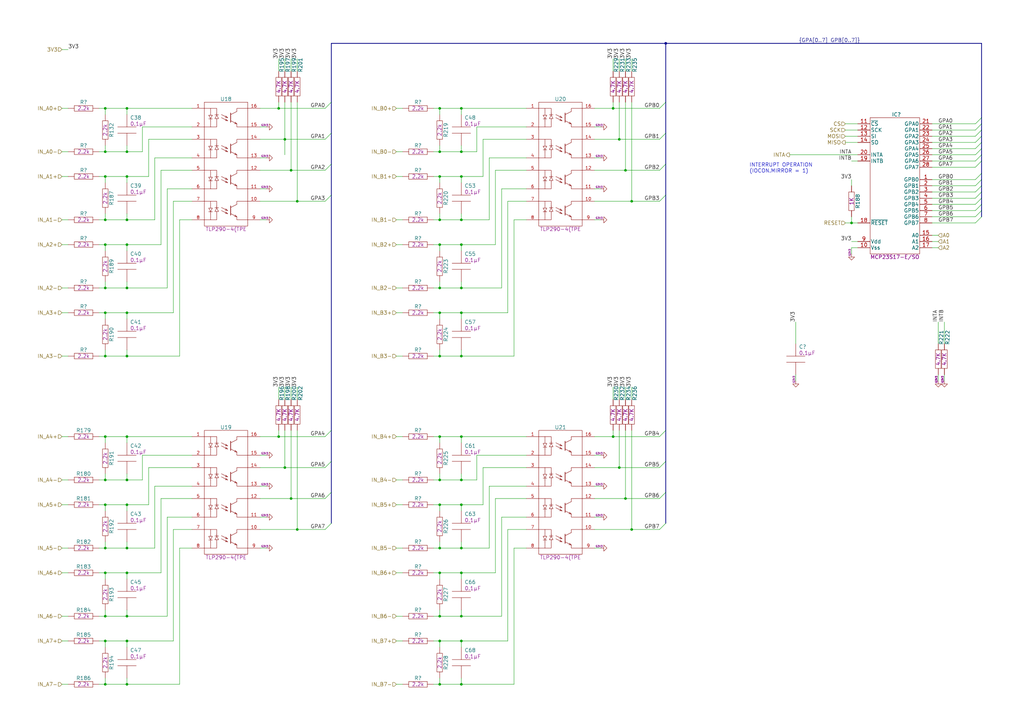
<source format=kicad_sch>
(kicad_sch (version 20230409) (generator eeschema)
  (paper "A3")
  (title_block (title "EOL ECU POWER CARD") (date "2023-04-03") (rev "0B") (company "ARXTRON TECHNOLOGIES") (comment 1 "A0180-V0") (comment 2 "PRJ22180") (comment 3 "EOL ECU RCM8 RCM9") (comment 4 "ANTON TOKARSKYI"))
  (junction (at 43.18 252.73))
  (junction (at 114.3 44.45))
  (junction (at 52.07 62.23))
  (junction (at 189.23 100.33))
  (junction (at 180.34 207.01))
  (junction (at 43.18 179.07))
  (junction (at 43.18 234.95))
  (junction (at 180.34 179.07))
  (junction (at 52.07 146.05))
  (junction (at 251.46 44.45))
  (junction (at 180.34 280.67))
  (junction (at 189.23 128.27))
  (junction (at 189.23 207.01))
  (junction (at 52.07 234.95))
  (junction (at 52.07 100.33))
  (junction (at 251.46 179.07))
  (junction (at 180.34 234.95))
  (junction (at 180.34 72.39))
  (junction (at 189.23 280.67))
  (junction (at 43.18 262.89))
  (junction (at 349.25 91.44))
  (junction (at 180.34 262.89))
  (junction (at 189.23 62.23))
  (junction (at 180.34 118.11))
  (junction (at 52.07 44.45))
  (junction (at 189.23 90.17))
  (junction (at 52.07 72.39))
  (junction (at 121.92 82.55))
  (junction (at 116.84 57.15))
  (junction (at 52.07 90.17))
  (junction (at 180.34 252.73))
  (junction (at 43.18 90.17))
  (junction (at 43.18 280.67))
  (junction (at 189.23 44.45))
  (junction (at 259.08 82.55))
  (junction (at 189.23 252.73))
  (junction (at 180.34 196.85))
  (junction (at 119.38 69.85))
  (junction (at 52.07 118.11))
  (junction (at 43.18 128.27))
  (junction (at 52.07 262.89))
  (junction (at 189.23 224.79))
  (junction (at 52.07 280.67))
  (junction (at 180.34 44.45))
  (junction (at 43.18 100.33))
  (junction (at 189.23 118.11))
  (junction (at 256.54 69.85))
  (junction (at 180.34 128.27))
  (junction (at 256.54 204.47))
  (junction (at 180.34 146.05))
  (junction (at 273.05 17.78))
  (junction (at 114.3 179.07))
  (junction (at 189.23 262.89))
  (junction (at 52.07 196.85))
  (junction (at 189.23 196.85))
  (junction (at 52.07 207.01))
  (junction (at 180.34 62.23))
  (junction (at 180.34 90.17))
  (junction (at 189.23 72.39))
  (junction (at 43.18 146.05))
  (junction (at 254 191.77))
  (junction (at 189.23 179.07))
  (junction (at 43.18 224.79))
  (junction (at 189.23 146.05))
  (junction (at 259.08 217.17))
  (junction (at 116.84 191.77))
  (junction (at 180.34 100.33))
  (junction (at 254 57.15))
  (junction (at 43.18 44.45))
  (junction (at 43.18 118.11))
  (junction (at 119.38 204.47))
  (junction (at 52.07 128.27))
  (junction (at 43.18 207.01))
  (junction (at 43.18 62.23))
  (junction (at 43.18 72.39))
  (junction (at 52.07 252.73))
  (junction (at 52.07 179.07))
  (junction (at 121.92 217.17))
  (junction (at 180.34 224.79))
  (junction (at 189.23 234.95))
  (junction (at 43.18 196.85))
  (junction (at 52.07 224.79))
  (bus_entry (at 133.35 57.15) (size 2.54 -2.54))
  (bus_entry (at 400.05 88.9) (size 2.54 -2.54))
  (bus_entry (at 400.05 76.2) (size 2.54 -2.54))
  (bus_entry (at 133.35 82.55) (size 2.54 -2.54))
  (bus_entry (at 400.05 55.88) (size 2.54 -2.54))
  (bus_entry (at 400.05 73.66) (size 2.54 -2.54))
  (bus_entry (at 270.51 57.15) (size 2.54 -2.54))
  (bus_entry (at 133.35 179.07) (size 2.54 -2.54))
  (bus_entry (at 400.05 66.04) (size 2.54 -2.54))
  (bus_entry (at 133.35 44.45) (size 2.54 -2.54))
  (bus_entry (at 133.35 191.77) (size 2.54 -2.54))
  (bus_entry (at 400.05 58.42) (size 2.54 -2.54))
  (bus_entry (at 400.05 83.82) (size 2.54 -2.54))
  (bus_entry (at 133.35 204.47) (size 2.54 -2.54))
  (bus_entry (at 400.05 78.74) (size 2.54 -2.54))
  (bus_entry (at 400.05 86.36) (size 2.54 -2.54))
  (bus_entry (at 400.05 60.96) (size 2.54 -2.54))
  (bus_entry (at 133.35 217.17) (size 2.54 -2.54))
  (bus_entry (at 270.51 204.47) (size 2.54 -2.54))
  (bus_entry (at 270.51 217.17) (size 2.54 -2.54))
  (bus_entry (at 270.51 69.85) (size 2.54 -2.54))
  (bus_entry (at 400.05 68.58) (size 2.54 -2.54))
  (bus_entry (at 400.05 91.44) (size 2.54 -2.54))
  (bus_entry (at 400.05 50.8) (size 2.54 -2.54))
  (bus_entry (at 270.51 82.55) (size 2.54 -2.54))
  (bus_entry (at 400.05 81.28) (size 2.54 -2.54))
  (bus_entry (at 400.05 63.5) (size 2.54 -2.54))
  (bus_entry (at 400.05 53.34) (size 2.54 -2.54))
  (bus_entry (at 270.51 44.45) (size 2.54 -2.54))
  (bus_entry (at 270.51 191.77) (size 2.54 -2.54))
  (bus_entry (at 133.35 69.85) (size 2.54 -2.54))
  (bus_entry (at 270.51 179.07) (size 2.54 -2.54))
  (bus (pts (xy 402.59 58.42) (xy 402.59 60.96)))
  (wire (pts (xy 259.08 82.55) (xy 270.51 82.55)))
  (wire (pts (xy 254 176.53) (xy 254 191.77)))
  (wire (pts (xy 52.07 224.79) (xy 63.5 224.79)))
  (wire (pts (xy 52.07 90.17) (xy 63.5 90.17)))
  (wire (pts (xy 43.18 90.17) (xy 52.07 90.17)))
  (wire (pts (xy 177.8 62.23) (xy 180.34 62.23)))
  (wire (pts (xy 180.34 130.81) (xy 180.34 128.27)))
  (wire (pts (xy 43.18 224.79) (xy 43.18 222.25)))
  (wire (pts (xy 73.66 224.79) (xy 78.74 224.79)))
  (wire (pts (xy 119.38 69.85) (xy 133.35 69.85)))
  (wire (pts (xy 114.3 41.91) (xy 114.3 44.45)))
  (wire (pts (xy 349.25 104.14) (xy 349.25 101.6)))
  (wire (pts (xy 251.46 163.83) (xy 251.46 158.75)))
  (wire (pts (xy 43.18 209.55) (xy 43.18 207.01)))
  (wire (pts (xy 52.07 146.05) (xy 52.07 143.51)))
  (wire (pts (xy 52.07 46.99) (xy 52.07 44.45)))
  (bus (pts (xy 402.59 53.34) (xy 402.59 55.88)))
  (wire (pts (xy 254 41.91) (xy 254 57.15)))
  (wire (pts (xy 259.08 29.21) (xy 259.08 24.13)))
  (wire (pts (xy 382.27 86.36) (xy 400.05 86.36)))
  (wire (pts (xy 203.2 69.85) (xy 215.9 69.85)))
  (wire (pts (xy 114.3 179.07) (xy 133.35 179.07)))
  (wire (pts (xy 189.23 252.73) (xy 189.23 250.19)))
  (bus (pts (xy 402.59 83.82) (xy 402.59 86.36)))
  (wire (pts (xy 203.2 204.47) (xy 215.9 204.47)))
  (wire (pts (xy 382.27 55.88) (xy 400.05 55.88)))
  (wire (pts (xy 189.23 100.33) (xy 203.2 100.33)))
  (wire (pts (xy 189.23 262.89) (xy 208.28 262.89)))
  (wire (pts (xy 382.27 50.8) (xy 400.05 50.8)))
  (wire (pts (xy 43.18 146.05) (xy 43.18 143.51)))
  (wire (pts (xy 323.85 63.5) (xy 351.79 63.5)))
  (wire (pts (xy 382.27 81.28) (xy 400.05 81.28)))
  (wire (pts (xy 180.34 209.55) (xy 180.34 207.01)))
  (wire (pts (xy 114.3 29.21) (xy 114.3 24.13)))
  (wire (pts (xy 387.35 156.21) (xy 387.35 153.67)))
  (wire (pts (xy 243.84 52.07) (xy 246.38 52.07)))
  (wire (pts (xy 256.54 204.47) (xy 270.51 204.47)))
  (wire (pts (xy 66.04 69.85) (xy 66.04 100.33)))
  (wire (pts (xy 203.2 204.47) (xy 203.2 234.95)))
  (wire (pts (xy 189.23 90.17) (xy 200.66 90.17)))
  (wire (pts (xy 68.58 77.47) (xy 68.58 118.11)))
  (wire (pts (xy 71.12 262.89) (xy 71.12 217.17)))
  (wire (pts (xy 43.18 224.79) (xy 52.07 224.79)))
  (wire (pts (xy 351.79 50.8) (xy 346.71 50.8)))
  (wire (pts (xy 43.18 118.11) (xy 52.07 118.11)))
  (wire (pts (xy 180.34 252.73) (xy 180.34 250.19)))
  (wire (pts (xy 114.3 44.45) (xy 133.35 44.45)))
  (wire (pts (xy 210.82 90.17) (xy 210.82 146.05)))
  (wire (pts (xy 254 163.83) (xy 254 158.75)))
  (wire (pts (xy 25.4 90.17) (xy 27.94 90.17)))
  (wire (pts (xy 384.81 156.21) (xy 384.81 153.67)))
  (wire (pts (xy 43.18 280.67) (xy 43.18 278.13)))
  (bus (pts (xy 135.89 67.31) (xy 135.89 80.01)))
  (wire (pts (xy 189.23 62.23) (xy 195.58 62.23)))
  (wire (pts (xy 106.68 57.15) (xy 116.84 57.15)))
  (wire (pts (xy 52.07 234.95) (xy 66.04 234.95)))
  (wire (pts (xy 52.07 146.05) (xy 73.66 146.05)))
  (wire (pts (xy 200.66 199.39) (xy 215.9 199.39)))
  (wire (pts (xy 52.07 62.23) (xy 52.07 59.69)))
  (wire (pts (xy 58.42 186.69) (xy 58.42 196.85)))
  (wire (pts (xy 189.23 44.45) (xy 215.9 44.45)))
  (bus (pts (xy 273.05 80.01) (xy 273.05 176.53)))
  (bus (pts (xy 273.05 17.78) (xy 402.59 17.78)))
  (wire (pts (xy 43.18 100.33) (xy 52.07 100.33)))
  (wire (pts (xy 162.56 146.05) (xy 165.1 146.05)))
  (wire (pts (xy 43.18 252.73) (xy 52.07 252.73)))
  (wire (pts (xy 351.79 55.88) (xy 346.71 55.88)))
  (wire (pts (xy 27.94 20.32) (xy 25.4 20.32)))
  (wire (pts (xy 198.12 72.39) (xy 198.12 57.15)))
  (wire (pts (xy 326.39 153.67) (xy 326.39 156.21)))
  (wire (pts (xy 180.34 118.11) (xy 189.23 118.11)))
  (bus (pts (xy 273.05 17.78) (xy 273.05 41.91)))
  (wire (pts (xy 40.64 90.17) (xy 43.18 90.17)))
  (wire (pts (xy 177.8 100.33) (xy 180.34 100.33)))
  (wire (pts (xy 189.23 207.01) (xy 198.12 207.01)))
  (wire (pts (xy 52.07 74.93) (xy 52.07 72.39)))
  (wire (pts (xy 256.54 29.21) (xy 256.54 24.13)))
  (wire (pts (xy 382.27 73.66) (xy 400.05 73.66)))
  (wire (pts (xy 198.12 57.15) (xy 215.9 57.15)))
  (wire (pts (xy 40.64 128.27) (xy 43.18 128.27)))
  (wire (pts (xy 259.08 217.17) (xy 270.51 217.17)))
  (wire (pts (xy 121.92 163.83) (xy 121.92 158.75)))
  (wire (pts (xy 40.64 44.45) (xy 43.18 44.45)))
  (wire (pts (xy 106.68 52.07) (xy 109.22 52.07)))
  (wire (pts (xy 180.34 262.89) (xy 189.23 262.89)))
  (wire (pts (xy 180.34 90.17) (xy 180.34 87.63)))
  (wire (pts (xy 189.23 90.17) (xy 189.23 87.63)))
  (wire (pts (xy 180.34 128.27) (xy 189.23 128.27)))
  (wire (pts (xy 256.54 163.83) (xy 256.54 158.75)))
  (wire (pts (xy 162.56 262.89) (xy 165.1 262.89)))
  (wire (pts (xy 189.23 102.87) (xy 189.23 100.33)))
  (bus (pts (xy 402.59 48.26) (xy 402.59 50.8)))
  (bus (pts (xy 135.89 80.01) (xy 135.89 176.53)))
  (wire (pts (xy 25.4 179.07) (xy 27.94 179.07)))
  (wire (pts (xy 43.18 44.45) (xy 52.07 44.45)))
  (wire (pts (xy 119.38 41.91) (xy 119.38 69.85)))
  (bus (pts (xy 402.59 78.74) (xy 402.59 81.28)))
  (wire (pts (xy 346.71 53.34) (xy 351.79 53.34)))
  (wire (pts (xy 180.34 74.93) (xy 180.34 72.39)))
  (wire (pts (xy 180.34 100.33) (xy 189.23 100.33)))
  (wire (pts (xy 43.18 181.61) (xy 43.18 179.07)))
  (wire (pts (xy 43.18 102.87) (xy 43.18 100.33)))
  (wire (pts (xy 180.34 280.67) (xy 180.34 278.13)))
  (wire (pts (xy 195.58 52.07) (xy 195.58 62.23)))
  (wire (pts (xy 177.8 207.01) (xy 180.34 207.01)))
  (wire (pts (xy 43.18 62.23) (xy 52.07 62.23)))
  (wire (pts (xy 60.96 191.77) (xy 78.74 191.77)))
  (wire (pts (xy 162.56 179.07) (xy 165.1 179.07)))
  (wire (pts (xy 256.54 176.53) (xy 256.54 204.47)))
  (wire (pts (xy 180.34 44.45) (xy 189.23 44.45)))
  (wire (pts (xy 52.07 90.17) (xy 52.07 87.63)))
  (wire (pts (xy 73.66 224.79) (xy 73.66 280.67)))
  (wire (pts (xy 106.68 212.09) (xy 109.22 212.09)))
  (wire (pts (xy 43.18 237.49) (xy 43.18 234.95)))
  (wire (pts (xy 189.23 265.43) (xy 189.23 262.89)))
  (wire (pts (xy 180.34 72.39) (xy 189.23 72.39)))
  (wire (pts (xy 162.56 44.45) (xy 165.1 44.45)))
  (wire (pts (xy 106.68 90.17) (xy 109.22 90.17)))
  (wire (pts (xy 162.56 280.67) (xy 165.1 280.67)))
  (wire (pts (xy 119.38 163.83) (xy 119.38 158.75)))
  (wire (pts (xy 52.07 265.43) (xy 52.07 262.89)))
  (wire (pts (xy 189.23 130.81) (xy 189.23 128.27)))
  (wire (pts (xy 205.74 212.09) (xy 215.9 212.09)))
  (wire (pts (xy 25.4 128.27) (xy 27.94 128.27)))
  (wire (pts (xy 106.68 191.77) (xy 116.84 191.77)))
  (wire (pts (xy 40.64 179.07) (xy 43.18 179.07)))
  (wire (pts (xy 119.38 29.21) (xy 119.38 24.13)))
  (wire (pts (xy 180.34 196.85) (xy 180.34 194.31)))
  (wire (pts (xy 189.23 74.93) (xy 189.23 72.39)))
  (wire (pts (xy 180.34 196.85) (xy 189.23 196.85)))
  (wire (pts (xy 40.64 100.33) (xy 43.18 100.33)))
  (bus (pts (xy 402.59 76.2) (xy 402.59 78.74)))
  (wire (pts (xy 243.84 69.85) (xy 256.54 69.85)))
  (wire (pts (xy 40.64 207.01) (xy 43.18 207.01)))
  (wire (pts (xy 58.42 186.69) (xy 78.74 186.69)))
  (wire (pts (xy 384.81 132.08) (xy 384.81 140.97)))
  (wire (pts (xy 58.42 52.07) (xy 58.42 62.23)))
  (wire (pts (xy 243.84 191.77) (xy 254 191.77)))
  (wire (pts (xy 106.68 199.39) (xy 109.22 199.39)))
  (wire (pts (xy 180.34 252.73) (xy 189.23 252.73)))
  (wire (pts (xy 200.66 90.17) (xy 200.66 64.77)))
  (wire (pts (xy 52.07 72.39) (xy 60.96 72.39)))
  (wire (pts (xy 71.12 82.55) (xy 78.74 82.55)))
  (wire (pts (xy 73.66 90.17) (xy 73.66 146.05)))
  (wire (pts (xy 43.18 118.11) (xy 43.18 115.57)))
  (wire (pts (xy 106.68 69.85) (xy 119.38 69.85)))
  (wire (pts (xy 195.58 52.07) (xy 215.9 52.07)))
  (bus (pts (xy 402.59 71.12) (xy 402.59 73.66)))
  (wire (pts (xy 382.27 78.74) (xy 400.05 78.74)))
  (wire (pts (xy 52.07 224.79) (xy 52.07 222.25)))
  (wire (pts (xy 205.74 77.47) (xy 205.74 118.11)))
  (wire (pts (xy 40.64 234.95) (xy 43.18 234.95)))
  (wire (pts (xy 121.92 82.55) (xy 133.35 82.55)))
  (wire (pts (xy 40.64 62.23) (xy 43.18 62.23)))
  (wire (pts (xy 243.84 204.47) (xy 256.54 204.47)))
  (wire (pts (xy 243.84 90.17) (xy 246.38 90.17)))
  (wire (pts (xy 71.12 217.17) (xy 78.74 217.17)))
  (bus (pts (xy 135.89 41.91) (xy 135.89 54.61)))
  (wire (pts (xy 382.27 83.82) (xy 400.05 83.82)))
  (wire (pts (xy 243.84 44.45) (xy 251.46 44.45)))
  (bus (pts (xy 135.89 176.53) (xy 135.89 189.23)))
  (wire (pts (xy 162.56 196.85) (xy 165.1 196.85)))
  (wire (pts (xy 208.28 217.17) (xy 215.9 217.17)))
  (wire (pts (xy 25.4 234.95) (xy 27.94 234.95)))
  (wire (pts (xy 43.18 179.07) (xy 52.07 179.07)))
  (bus (pts (xy 402.59 17.78) (xy 402.59 48.26)))
  (wire (pts (xy 243.84 199.39) (xy 246.38 199.39)))
  (wire (pts (xy 52.07 179.07) (xy 78.74 179.07)))
  (wire (pts (xy 189.23 209.55) (xy 189.23 207.01)))
  (wire (pts (xy 180.34 224.79) (xy 189.23 224.79)))
  (wire (pts (xy 52.07 100.33) (xy 66.04 100.33)))
  (wire (pts (xy 251.46 176.53) (xy 251.46 179.07)))
  (bus (pts (xy 402.59 63.5) (xy 402.59 66.04)))
  (wire (pts (xy 189.23 146.05) (xy 189.23 143.51)))
  (wire (pts (xy 208.28 82.55) (xy 215.9 82.55)))
  (wire (pts (xy 382.27 63.5) (xy 400.05 63.5)))
  (wire (pts (xy 25.4 252.73) (xy 27.94 252.73)))
  (wire (pts (xy 25.4 280.67) (xy 27.94 280.67)))
  (wire (pts (xy 121.92 41.91) (xy 121.92 82.55)))
  (wire (pts (xy 60.96 207.01) (xy 60.96 191.77)))
  (wire (pts (xy 40.64 196.85) (xy 43.18 196.85)))
  (wire (pts (xy 203.2 69.85) (xy 203.2 100.33)))
  (wire (pts (xy 52.07 118.11) (xy 68.58 118.11)))
  (wire (pts (xy 68.58 77.47) (xy 78.74 77.47)))
  (wire (pts (xy 254 191.77) (xy 270.51 191.77)))
  (wire (pts (xy 162.56 224.79) (xy 165.1 224.79)))
  (wire (pts (xy 251.46 29.21) (xy 251.46 24.13)))
  (wire (pts (xy 52.07 252.73) (xy 52.07 250.19)))
  (wire (pts (xy 384.81 101.6) (xy 382.27 101.6)))
  (wire (pts (xy 243.84 82.55) (xy 259.08 82.55)))
  (wire (pts (xy 195.58 186.69) (xy 195.58 196.85)))
  (wire (pts (xy 180.34 234.95) (xy 189.23 234.95)))
  (bus (pts (xy 273.05 54.61) (xy 273.05 67.31)))
  (wire (pts (xy 63.5 90.17) (xy 63.5 64.77)))
  (wire (pts (xy 43.18 90.17) (xy 43.18 87.63)))
  (wire (pts (xy 180.34 146.05) (xy 189.23 146.05)))
  (wire (pts (xy 25.4 146.05) (xy 27.94 146.05)))
  (wire (pts (xy 382.27 53.34) (xy 400.05 53.34)))
  (wire (pts (xy 52.07 280.67) (xy 73.66 280.67)))
  (wire (pts (xy 40.64 224.79) (xy 43.18 224.79)))
  (wire (pts (xy 43.18 196.85) (xy 52.07 196.85)))
  (wire (pts (xy 116.84 57.15) (xy 116.84 63.5)))
  (wire (pts (xy 52.07 209.55) (xy 52.07 207.01)))
  (wire (pts (xy 25.4 224.79) (xy 27.94 224.79)))
  (wire (pts (xy 162.56 234.95) (xy 165.1 234.95)))
  (wire (pts (xy 382.27 91.44) (xy 400.05 91.44)))
  (wire (pts (xy 198.12 191.77) (xy 215.9 191.77)))
  (wire (pts (xy 177.8 224.79) (xy 180.34 224.79)))
  (wire (pts (xy 40.64 262.89) (xy 43.18 262.89)))
  (wire (pts (xy 382.27 68.58) (xy 400.05 68.58)))
  (wire (pts (xy 25.4 118.11) (xy 27.94 118.11)))
  (wire (pts (xy 180.34 146.05) (xy 180.34 143.51)))
  (wire (pts (xy 162.56 62.23) (xy 165.1 62.23)))
  (wire (pts (xy 346.71 91.44) (xy 349.25 91.44)))
  (bus (pts (xy 273.05 17.78) (xy 135.89 17.78)))
  (wire (pts (xy 40.64 72.39) (xy 43.18 72.39)))
  (wire (pts (xy 180.34 62.23) (xy 189.23 62.23)))
  (wire (pts (xy 208.28 128.27) (xy 208.28 82.55)))
  (wire (pts (xy 180.34 102.87) (xy 180.34 100.33)))
  (wire (pts (xy 189.23 46.99) (xy 189.23 44.45)))
  (wire (pts (xy 210.82 224.79) (xy 210.82 280.67)))
  (wire (pts (xy 180.34 62.23) (xy 180.34 59.69)))
  (wire (pts (xy 256.54 41.91) (xy 256.54 69.85)))
  (wire (pts (xy 52.07 102.87) (xy 52.07 100.33)))
  (wire (pts (xy 106.68 217.17) (xy 121.92 217.17)))
  (wire (pts (xy 351.79 91.44) (xy 349.25 91.44)))
  (wire (pts (xy 243.84 212.09) (xy 246.38 212.09)))
  (wire (pts (xy 177.8 179.07) (xy 180.34 179.07)))
  (wire (pts (xy 162.56 100.33) (xy 165.1 100.33)))
  (wire (pts (xy 71.12 128.27) (xy 71.12 82.55)))
  (wire (pts (xy 382.27 60.96) (xy 400.05 60.96)))
  (bus (pts (xy 402.59 86.36) (xy 402.59 88.9)))
  (wire (pts (xy 68.58 212.09) (xy 68.58 252.73)))
  (bus (pts (xy 402.59 50.8) (xy 402.59 53.34)))
  (wire (pts (xy 52.07 237.49) (xy 52.07 234.95)))
  (wire (pts (xy 119.38 176.53) (xy 119.38 204.47)))
  (wire (pts (xy 73.66 90.17) (xy 78.74 90.17)))
  (wire (pts (xy 382.27 76.2) (xy 400.05 76.2)))
  (wire (pts (xy 106.68 44.45) (xy 114.3 44.45)))
  (wire (pts (xy 43.18 130.81) (xy 43.18 128.27)))
  (wire (pts (xy 60.96 72.39) (xy 60.96 57.15)))
  (bus (pts (xy 402.59 60.96) (xy 402.59 63.5)))
  (wire (pts (xy 52.07 181.61) (xy 52.07 179.07)))
  (wire (pts (xy 189.23 181.61) (xy 189.23 179.07)))
  (bus (pts (xy 135.89 201.93) (xy 135.89 214.63)))
  (wire (pts (xy 189.23 224.79) (xy 189.23 222.25)))
  (wire (pts (xy 177.8 128.27) (xy 180.34 128.27)))
  (wire (pts (xy 198.12 207.01) (xy 198.12 191.77)))
  (wire (pts (xy 106.68 179.07) (xy 114.3 179.07)))
  (wire (pts (xy 251.46 41.91) (xy 251.46 44.45)))
  (wire (pts (xy 177.8 196.85) (xy 180.34 196.85)))
  (wire (pts (xy 25.4 196.85) (xy 27.94 196.85)))
  (wire (pts (xy 116.84 191.77) (xy 133.35 191.77)))
  (bus (pts (xy 273.05 67.31) (xy 273.05 80.01)))
  (wire (pts (xy 63.5 64.77) (xy 78.74 64.77)))
  (wire (pts (xy 52.07 252.73) (xy 68.58 252.73)))
  (wire (pts (xy 43.18 280.67) (xy 52.07 280.67)))
  (wire (pts (xy 52.07 128.27) (xy 71.12 128.27)))
  (bus (pts (xy 402.59 73.66) (xy 402.59 76.2)))
  (wire (pts (xy 346.71 58.42) (xy 351.79 58.42)))
  (wire (pts (xy 189.23 128.27) (xy 208.28 128.27)))
  (wire (pts (xy 189.23 234.95) (xy 203.2 234.95)))
  (wire (pts (xy 189.23 72.39) (xy 198.12 72.39)))
  (wire (pts (xy 40.64 146.05) (xy 43.18 146.05)))
  (wire (pts (xy 177.8 234.95) (xy 180.34 234.95)))
  (wire (pts (xy 162.56 72.39) (xy 165.1 72.39)))
  (wire (pts (xy 116.84 163.83) (xy 116.84 158.75)))
  (wire (pts (xy 180.34 280.67) (xy 189.23 280.67)))
  (bus (pts (xy 402.59 55.88) (xy 402.59 58.42)))
  (bus (pts (xy 273.05 41.91) (xy 273.05 54.61)))
  (wire (pts (xy 180.34 207.01) (xy 189.23 207.01)))
  (wire (pts (xy 243.84 186.69) (xy 246.38 186.69)))
  (wire (pts (xy 43.18 72.39) (xy 52.07 72.39)))
  (wire (pts (xy 52.07 196.85) (xy 52.07 194.31)))
  (wire (pts (xy 121.92 176.53) (xy 121.92 217.17)))
  (wire (pts (xy 382.27 88.9) (xy 400.05 88.9)))
  (wire (pts (xy 243.84 57.15) (xy 254 57.15)))
  (wire (pts (xy 52.07 196.85) (xy 58.42 196.85)))
  (wire (pts (xy 58.42 52.07) (xy 78.74 52.07)))
  (wire (pts (xy 162.56 252.73) (xy 165.1 252.73)))
  (wire (pts (xy 25.4 100.33) (xy 27.94 100.33)))
  (wire (pts (xy 205.74 212.09) (xy 205.74 252.73)))
  (wire (pts (xy 254 57.15) (xy 270.51 57.15)))
  (wire (pts (xy 43.18 265.43) (xy 43.18 262.89)))
  (wire (pts (xy 25.4 44.45) (xy 27.94 44.45)))
  (wire (pts (xy 189.23 224.79) (xy 200.66 224.79)))
  (wire (pts (xy 200.66 64.77) (xy 215.9 64.77)))
  (wire (pts (xy 200.66 224.79) (xy 200.66 199.39)))
  (wire (pts (xy 243.84 179.07) (xy 251.46 179.07)))
  (wire (pts (xy 177.8 90.17) (xy 180.34 90.17)))
  (wire (pts (xy 205.74 77.47) (xy 215.9 77.47)))
  (bus (pts (xy 135.89 54.61) (xy 135.89 67.31)))
  (bus (pts (xy 273.05 201.93) (xy 273.05 214.63)))
  (wire (pts (xy 121.92 29.21) (xy 121.92 24.13)))
  (bus (pts (xy 273.05 176.53) (xy 273.05 189.23)))
  (wire (pts (xy 243.84 64.77) (xy 246.38 64.77)))
  (wire (pts (xy 195.58 186.69) (xy 215.9 186.69)))
  (wire (pts (xy 180.34 179.07) (xy 189.23 179.07)))
  (wire (pts (xy 189.23 146.05) (xy 210.82 146.05)))
  (wire (pts (xy 66.04 204.47) (xy 78.74 204.47)))
  (wire (pts (xy 256.54 69.85) (xy 270.51 69.85)))
  (wire (pts (xy 40.64 280.67) (xy 43.18 280.67)))
  (wire (pts (xy 243.84 224.79) (xy 246.38 224.79)))
  (wire (pts (xy 177.8 262.89) (xy 180.34 262.89)))
  (wire (pts (xy 43.18 196.85) (xy 43.18 194.31)))
  (wire (pts (xy 121.92 217.17) (xy 133.35 217.17)))
  (wire (pts (xy 116.84 57.15) (xy 133.35 57.15)))
  (wire (pts (xy 40.64 118.11) (xy 43.18 118.11)))
  (wire (pts (xy 189.23 237.49) (xy 189.23 234.95)))
  (wire (pts (xy 63.5 224.79) (xy 63.5 199.39)))
  (wire (pts (xy 43.18 128.27) (xy 52.07 128.27)))
  (wire (pts (xy 189.23 280.67) (xy 210.82 280.67)))
  (wire (pts (xy 25.4 262.89) (xy 27.94 262.89)))
  (wire (pts (xy 382.27 66.04) (xy 400.05 66.04)))
  (wire (pts (xy 52.07 118.11) (xy 52.07 115.57)))
  (wire (pts (xy 52.07 44.45) (xy 78.74 44.45)))
  (wire (pts (xy 43.18 62.23) (xy 43.18 59.69)))
  (wire (pts (xy 40.64 252.73) (xy 43.18 252.73)))
  (wire (pts (xy 180.34 224.79) (xy 180.34 222.25)))
  (wire (pts (xy 63.5 199.39) (xy 78.74 199.39)))
  (wire (pts (xy 177.8 146.05) (xy 180.34 146.05)))
  (wire (pts (xy 382.27 99.06) (xy 384.81 99.06)))
  (wire (pts (xy 349.25 66.04) (xy 351.79 66.04)))
  (wire (pts (xy 177.8 72.39) (xy 180.34 72.39)))
  (wire (pts (xy 52.07 262.89) (xy 71.12 262.89)))
  (wire (pts (xy 243.84 77.47) (xy 246.38 77.47)))
  (bus (pts (xy 273.05 189.23) (xy 273.05 201.93)))
  (wire (pts (xy 162.56 90.17) (xy 165.1 90.17)))
  (wire (pts (xy 177.8 252.73) (xy 180.34 252.73)))
  (wire (pts (xy 43.18 46.99) (xy 43.18 44.45)))
  (wire (pts (xy 114.3 176.53) (xy 114.3 179.07)))
  (bus (pts (xy 402.59 81.28) (xy 402.59 83.82)))
  (wire (pts (xy 43.18 252.73) (xy 43.18 250.19)))
  (wire (pts (xy 43.18 74.93) (xy 43.18 72.39)))
  (wire (pts (xy 162.56 128.27) (xy 165.1 128.27)))
  (wire (pts (xy 43.18 146.05) (xy 52.07 146.05)))
  (wire (pts (xy 114.3 163.83) (xy 114.3 158.75)))
  (wire (pts (xy 387.35 132.08) (xy 387.35 140.97)))
  (wire (pts (xy 106.68 204.47) (xy 119.38 204.47)))
  (wire (pts (xy 189.23 280.67) (xy 189.23 278.13)))
  (wire (pts (xy 243.84 217.17) (xy 259.08 217.17)))
  (wire (pts (xy 43.18 207.01) (xy 52.07 207.01)))
  (bus (pts (xy 402.59 66.04) (xy 402.59 71.12)))
  (wire (pts (xy 25.4 72.39) (xy 27.94 72.39)))
  (wire (pts (xy 177.8 118.11) (xy 180.34 118.11)))
  (wire (pts (xy 116.84 176.53) (xy 116.84 191.77)))
  (wire (pts (xy 162.56 207.01) (xy 165.1 207.01)))
  (wire (pts (xy 119.38 204.47) (xy 133.35 204.47)))
  (wire (pts (xy 189.23 118.11) (xy 205.74 118.11)))
  (wire (pts (xy 68.58 212.09) (xy 78.74 212.09)))
  (wire (pts (xy 349.25 73.66) (xy 349.25 76.2)))
  (wire (pts (xy 326.39 140.97) (xy 326.39 132.08)))
  (wire (pts (xy 177.8 44.45) (xy 180.34 44.45)))
  (wire (pts (xy 106.68 224.79) (xy 109.22 224.79)))
  (wire (pts (xy 116.84 29.21) (xy 116.84 24.13)))
  (wire (pts (xy 259.08 41.91) (xy 259.08 82.55)))
  (wire (pts (xy 254 29.21) (xy 254 24.13)))
  (wire (pts (xy 180.34 237.49) (xy 180.34 234.95)))
  (wire (pts (xy 52.07 130.81) (xy 52.07 128.27)))
  (wire (pts (xy 66.04 204.47) (xy 66.04 234.95)))
  (wire (pts (xy 189.23 62.23) (xy 189.23 59.69)))
  (wire (pts (xy 189.23 196.85) (xy 189.23 194.31)))
  (wire (pts (xy 52.07 280.67) (xy 52.07 278.13)))
  (wire (pts (xy 259.08 163.83) (xy 259.08 158.75)))
  (wire (pts (xy 66.04 69.85) (xy 78.74 69.85)))
  (wire (pts (xy 251.46 44.45) (xy 270.51 44.45)))
  (wire (pts (xy 52.07 207.01) (xy 60.96 207.01)))
  (wire (pts (xy 180.34 46.99) (xy 180.34 44.45)))
  (bus (pts (xy 135.89 189.23) (xy 135.89 201.93)))
  (wire (pts (xy 106.68 82.55) (xy 121.92 82.55)))
  (wire (pts (xy 259.08 176.53) (xy 259.08 217.17)))
  (wire (pts (xy 106.68 186.69) (xy 109.22 186.69)))
  (wire (pts (xy 60.96 57.15) (xy 78.74 57.15)))
  (wire (pts (xy 106.68 64.77) (xy 109.22 64.77)))
  (wire (pts (xy 116.84 41.91) (xy 116.84 57.15)))
  (bus (pts (xy 135.89 17.78) (xy 135.89 41.91)))
  (wire (pts (xy 180.34 181.61) (xy 180.34 179.07)))
  (wire (pts (xy 177.8 280.67) (xy 180.34 280.67)))
  (wire (pts (xy 43.18 262.89) (xy 52.07 262.89)))
  (wire (pts (xy 189.23 252.73) (xy 205.74 252.73)))
  (wire (pts (xy 180.34 118.11) (xy 180.34 115.57)))
  (wire (pts (xy 189.23 196.85) (xy 195.58 196.85)))
  (wire (pts (xy 210.82 90.17) (xy 215.9 90.17)))
  (wire (pts (xy 52.07 62.23) (xy 58.42 62.23)))
  (wire (pts (xy 162.56 118.11) (xy 165.1 118.11)))
  (wire (pts (xy 208.28 262.89) (xy 208.28 217.17)))
  (wire (pts (xy 382.27 58.42) (xy 400.05 58.42)))
  (wire (pts (xy 251.46 179.07) (xy 270.51 179.07)))
  (wire (pts (xy 106.68 77.47) (xy 109.22 77.47)))
  (wire (pts (xy 210.82 224.79) (xy 215.9 224.79)))
  (wire (pts (xy 189.23 179.07) (xy 215.9 179.07)))
  (wire (pts (xy 384.81 96.52) (xy 382.27 96.52)))
  (wire (pts (xy 25.4 62.23) (xy 27.94 62.23)))
  (wire (pts (xy 351.79 99.06) (xy 349.25 99.06)))
  (wire (pts (xy 43.18 234.95) (xy 52.07 234.95)))
  (wire (pts (xy 180.34 90.17) (xy 189.23 90.17)))
  (wire (pts (xy 349.25 101.6) (xy 351.79 101.6)))
  (wire (pts (xy 349.25 91.44) (xy 349.25 88.9)))
  (wire (pts (xy 180.34 265.43) (xy 180.34 262.89)))
  (wire (pts (xy 25.4 207.01) (xy 27.94 207.01)))
  (wire (pts (xy 189.23 118.11) (xy 189.23 115.57)))
  (text "INTERRUPT OPERATION\n(IOCON.MIRROR = 1)" (at 307.34 71.12 0) (effects (font (size 1.524 1.524)) (justify left bottom)))
  (label "GPB7" (at 384.81 91.44 0) (effects (font (size 1.524 1.524))))
  (label "3V3" (at 119.38 24.13 90) (effects (font (size 1.524 1.524))))
  (label "3V3" (at 27.94 20.32 0) (effects (font (size 1.524 1.524))))
  (label "GPB5" (at 270.51 191.77 180) (effects (font (size 1.524 1.524))))
  (label "GPA1" (at 133.35 57.15 180) (effects (font (size 1.524 1.524))))
  (label "INTB" (at 349.25 66.04 180) (effects (font (size 1.524 1.524))))
  (label "INTA" (at 384.81 132.08 90) (effects (font (size 1.524 1.524))))
  (label "GPB0" (at 384.81 73.66 0) (effects (font (size 1.524 1.524))))
  (label "GPA5" (at 384.81 63.5 0) (effects (font (size 1.524 1.524))))
  (label "INTB" (at 387.35 132.08 90) (effects (font (size 1.524 1.524))))
  (label "GPB7" (at 270.51 217.17 180) (effects (font (size 1.524 1.524))))
  (label "GPA4" (at 384.81 60.96 0) (effects (font (size 1.524 1.524))))
  (label "3V3" (at 349.25 99.06 180) (effects (font (size 1.524 1.524))))
  (label "3V3" (at 114.3 24.13 90) (effects (font (size 1.524 1.524))))
  (label "GPA0" (at 133.35 44.45 180) (effects (font (size 1.524 1.524))))
  (label "GPB5" (at 384.81 86.36 0) (effects (font (size 1.524 1.524))))
  (label "GPA0" (at 384.81 50.8 0) (effects (font (size 1.524 1.524))))
  (label "GPB3" (at 384.81 81.28 0) (effects (font (size 1.524 1.524))))
  (label "3V3" (at 116.84 158.75 90) (effects (font (size 1.524 1.524))))
  (label "3V3" (at 254 24.13 90) (effects (font (size 1.524 1.524))))
  (label "GPB2" (at 270.51 69.85 180) (effects (font (size 1.524 1.524))))
  (label "3V3" (at 121.92 24.13 90) (effects (font (size 1.524 1.524))))
  (label "GPB6" (at 384.81 88.9 0) (effects (font (size 1.524 1.524))))
  (label "GPB2" (at 384.81 78.74 0) (effects (font (size 1.524 1.524))))
  (label "3V3" (at 259.08 24.13 90) (effects (font (size 1.524 1.524))))
  (label "GPA6" (at 384.81 66.04 0) (effects (font (size 1.524 1.524))))
  (label "GPB4" (at 384.81 83.82 0) (effects (font (size 1.524 1.524))))
  (label "GPB1" (at 270.51 57.15 180) (effects (font (size 1.524 1.524))))
  (label "GPA6" (at 133.35 204.47 180) (effects (font (size 1.524 1.524))))
  (label "GPA2" (at 133.35 69.85 180) (effects (font (size 1.524 1.524))))
  (label "3V3" (at 259.08 158.75 90) (effects (font (size 1.524 1.524))))
  (label "GPA3" (at 133.35 82.55 180) (effects (font (size 1.524 1.524))))
  (label "GPA7" (at 384.81 68.58 0) (effects (font (size 1.524 1.524))))
  (label "3V3" (at 114.3 158.75 90) (effects (font (size 1.524 1.524))))
  (label "3V3" (at 256.54 24.13 90) (effects (font (size 1.524 1.524))))
  (label "GPB0" (at 270.51 44.45 180) (effects (font (size 1.524 1.524))))
  (label "{GPA[0..7] GPB[0..7]}" (at 327.66 17.78 0) (effects (font (size 1.524 1.524))))
  (label "3V3" (at 326.39 132.08 90) (effects (font (size 1.524 1.524))))
  (label "3V3" (at 116.84 24.13 90) (effects (font (size 1.524 1.524))))
  (label "3V3" (at 256.54 158.75 90) (effects (font (size 1.524 1.524))))
  (label "GPB3" (at 270.51 82.55 180) (effects (font (size 1.524 1.524))))
  (label "GPB4" (at 270.51 179.07 180) (effects (font (size 1.524 1.524))))
  (label "GPB1" (at 384.81 76.2 0) (effects (font (size 1.524 1.524))))
  (label "3V3" (at 121.92 158.75 90) (effects (font (size 1.524 1.524))))
  (label "3V3" (at 251.46 158.75 90) (effects (font (size 1.524 1.524))))
  (label "3V3" (at 349.25 73.66 180) (effects (font (size 1.524 1.524))))
  (label "GPA4" (at 133.35 179.07 180) (effects (font (size 1.524 1.524))))
  (label "GPA1" (at 384.81 53.34 0) (effects (font (size 1.524 1.524))))
  (label "GPA7" (at 133.35 217.17 180) (effects (font (size 1.524 1.524))))
  (label "GPA3" (at 384.81 58.42 0) (effects (font (size 1.524 1.524))))
  (label "INTA" (at 349.25 63.5 180) (effects (font (size 1.524 1.524))))
  (label "3V3" (at 254 158.75 90) (effects (font (size 1.524 1.524))))
  (label "3V3" (at 251.46 24.13 90) (effects (font (size 1.524 1.524))))
  (label "GPA2" (at 384.81 55.88 0) (effects (font (size 1.524 1.524))))
  (label "3V3" (at 119.38 158.75 90) (effects (font (size 1.524 1.524))))
  (label "GPB6" (at 270.51 204.47 180) (effects (font (size 1.524 1.524))))
  (label "GPA5" (at 133.35 191.77 180) (effects (font (size 1.524 1.524))))
  (hierarchical_label "MISO" (shape output) (at 346.71 58.42 180) (effects (font (size 1.524 1.524))))
  (hierarchical_label "IN_A5-" (shape input) (at 25.4 224.79 180) (effects (font (size 1.524 1.524))))
  (hierarchical_label "IN_B2+" (shape input) (at 162.56 100.33 180) (effects (font (size 1.524 1.524))))
  (hierarchical_label "IN_B7+" (shape input) (at 162.56 262.89 180) (effects (font (size 1.524 1.524))))
  (hierarchical_label "IN_B0-" (shape input) (at 162.56 62.23 180) (effects (font (size 1.524 1.524))))
  (hierarchical_label "CS" (shape input) (at 346.71 50.8 180) (effects (font (size 1.524 1.524))))
  (hierarchical_label "IN_A2+" (shape input) (at 25.4 100.33 180) (effects (font (size 1.524 1.524))))
  (hierarchical_label "IN_B1-" (shape input) (at 162.56 90.17 180) (effects (font (size 1.524 1.524))))
  (hierarchical_label "IN_B6+" (shape input) (at 162.56 234.95 180) (effects (font (size 1.524 1.524))))
  (hierarchical_label "RESET" (shape input) (at 346.71 91.44 180) (effects (font (size 1.524 1.524))))
  (hierarchical_label "IN_A3-" (shape input) (at 25.4 146.05 180) (effects (font (size 1.524 1.524))))
  (hierarchical_label "IN_A2-" (shape input) (at 25.4 118.11 180) (effects (font (size 1.524 1.524))))
  (hierarchical_label "IN_B3-" (shape input) (at 162.56 146.05 180) (effects (font (size 1.524 1.524))))
  (hierarchical_label "MOSI" (shape input) (at 346.71 55.88 180) (effects (font (size 1.524 1.524))))
  (hierarchical_label "IN_B4-" (shape input) (at 162.56 196.85 180) (effects (font (size 1.524 1.524))))
  (hierarchical_label "3V3" (shape input) (at 25.4 20.32 180) (effects (font (size 1.524 1.524))))
  (hierarchical_label "INTA" (shape output) (at 323.85 63.5 180) (effects (font (size 1.524 1.524))))
  (hierarchical_label "SCK" (shape input) (at 346.71 53.34 180) (effects (font (size 1.524 1.524))))
  (hierarchical_label "A0" (shape input) (at 384.81 96.52 0) (effects (font (size 1.524 1.524))))
  (hierarchical_label "IN_B5+" (shape input) (at 162.56 207.01 180) (effects (font (size 1.524 1.524))))
  (hierarchical_label "IN_A4-" (shape input) (at 25.4 196.85 180) (effects (font (size 1.524 1.524))))
  (hierarchical_label "IN_B7-" (shape input) (at 162.56 280.67 180) (effects (font (size 1.524 1.524))))
  (hierarchical_label "IN_B6-" (shape input) (at 162.56 252.73 180) (effects (font (size 1.524 1.524))))
  (hierarchical_label "IN_A1+" (shape input) (at 25.4 72.39 180) (effects (font (size 1.524 1.524))))
  (hierarchical_label "IN_B0+" (shape input) (at 162.56 44.45 180) (effects (font (size 1.524 1.524))))
  (hierarchical_label "IN_A0-" (shape input) (at 25.4 62.23 180) (effects (font (size 1.524 1.524))))
  (hierarchical_label "IN_B5-" (shape input) (at 162.56 224.79 180) (effects (font (size 1.524 1.524))))
  (hierarchical_label "IN_A7+" (shape input) (at 25.4 262.89 180) (effects (font (size 1.524 1.524))))
  (hierarchical_label "IN_B4+" (shape input) (at 162.56 179.07 180) (effects (font (size 1.524 1.524))))
  (hierarchical_label "IN_A7-" (shape input) (at 25.4 280.67 180) (effects (font (size 1.524 1.524))))
  (hierarchical_label "IN_A6+" (shape input) (at 25.4 234.95 180) (effects (font (size 1.524 1.524))))
  (hierarchical_label "IN_A0+" (shape input) (at 25.4 44.45 180) (effects (font (size 1.524 1.524))))
  (hierarchical_label "IN_A4+" (shape input) (at 25.4 179.07 180) (effects (font (size 1.524 1.524))))
  (hierarchical_label "IN_B2-" (shape input) (at 162.56 118.11 180) (effects (font (size 1.524 1.524))))
  (hierarchical_label "A2" (shape input) (at 384.81 101.6 0) (effects (font (size 1.524 1.524))))
  (hierarchical_label "IN_B1+" (shape input) (at 162.56 72.39 180) (effects (font (size 1.524 1.524))))
  (hierarchical_label "IN_A5+" (shape input) (at 25.4 207.01 180) (effects (font (size 1.524 1.524))))
  (hierarchical_label "IN_A3+" (shape input) (at 25.4 128.27 180) (effects (font (size 1.524 1.524))))
  (hierarchical_label "IN_A1-" (shape input) (at 25.4 90.17 180) (effects (font (size 1.524 1.524))))
  (hierarchical_label "IN_A6-" (shape input) (at 25.4 252.73 180) (effects (font (size 1.524 1.524))))
  (hierarchical_label "A1" (shape input) (at 384.81 99.06 0) (effects (font (size 1.524 1.524))))
  (hierarchical_label "IN_B3+" (shape input) (at 162.56 128.27 180) (effects (font (size 1.524 1.524))))
  (symbol (lib_id "Microchip:MCP23S17_E_SO") (at 367.03 67.31 0) (unit 1)
    (property "Reference" "IC?" (at 367.665 46.99 0) (effects (font (size 1.524 1.524))))
    (property "Value" "MCP23S17_E_SO" (effects hide))
    (property "Footprint" "_Microchip:SOIC28P127_1786X1034X264L83X43N" (effects hide))
    (property "SupplierDevicePackage" "28-SOIC (0.295\" 7.50mm Width)" (effects hide))
    (property "SupllierPartNumber" "MCP23S17-E/SO-ND" (effects hide))
    (property "Supplier" "Digi-Key" (effects hide))
    (property "ManufacturerPartNumber" "MCP23S17-E/SO" (at 367.03 105.41 0) (effects (font (size 1.524 1.524))))
    (property "Manufacturer" "Microchip Technology" (effects hide))
    (property "Description" "IC I/O EXPANDER SPI 16B 28SOIC" (effects hide))
    (property "SupplierPartNumber" "MCP23S17-E/SO-ND" (effects hide))
    (instances (project "A0180_eol_ecu_mix" (path "" (reference "IC?") (unit 1)) (path "" (reference "IC2") (unit 1))))
  )
  (symbol (lib_id "_power_symbol:GND_3V3") (at 349.25 104.14 0) (unit 1)
    (property "Reference" "#PWR0128" (effects hide))
    (property "Value" "GNDD" (effects hide))
    (property "ShortName" "G3V3" (at 348.488 103.505 90) (effects (font (size 0.762 0.762))))
  )
  (symbol (lib_id "_power_symbol:GND_3V3") (at 326.39 156.21 0) (unit 1)
    (property "Reference" "#PWR?" (effects hide))
    (property "Value" "GNDD" (effects hide))
    (property "ShortName" "G3V3" (at 325.628 155.575 90) (effects (font (size 0.762 0.762))))
    (instances (project "A0180_eol_ecu_mix" (path "" (reference "#PWR?") (unit 1)) (path "" (reference "#PWR0129") (unit 1))))
  )
  (symbol (lib_id "Capacitor_AVX:06035C104KAZ2A") (at 326.39 147.32 270) (unit 1)
    (property "Reference" "C?" (at 327.66 142.24 90) (effects (font (size 1.524 1.524)) (justify left)))
    (property "Value" "06035C104KAZ2A" (effects hide))
    (property "Footprint" "Capacitor_AVX:CAPC1608X90N" (effects hide))
    (property "Tolerance" "±10%" (effects hide))
    (property "Nominal" "0.1µF" (at 327.66 144.78 90) (effects (font (size 1.524 1.524)) (justify left)))
    (property "SupplierDevicePackage" "C0603" (effects hide))
    (property "Voltage" "50V" (effects hide))
    (property "SupllierPartNumber" "478-3352-1-ND" (effects hide))
    (property "Supplier" "Digi-Key" (effects hide))
    (property "ManufacturerPartNumber" "06035C104KAZ2A" (effects hide))
    (property "Manufacturer" "AVX Corporation" (effects hide))
    (property "Type" "X7R" (effects hide))
    (property "Description" "CAP CER 0.1UF 50V X7R 0603" (effects hide))
    (property "SupplierPartNumber" "478-3540-1-ND" (effects hide))
    (instances (project "A0180_eol_ecu_mix" (path "" (reference "C?") (unit 1)) (path "" (reference "C?") (unit 1)) (path "" (reference "C69") (unit 1))))
  )
  (symbol (lib_id "Resistor_Yageo:RC0603FR-071KL") (at 349.25 82.55 90) (unit 1)
    (property "Reference" "R188" (at 351.79 82.55 0) (effects (font (size 1.524 1.524))))
    (property "Value" "RC0603FR-071KL" (effects hide))
    (property "Footprint" "Resistor_Yageo_RC:RESC1608X65N" (effects hide))
    (property "SupplierDevicePackage" "R0603" (effects hide))
    (property "ManufacturerPartNumber" "RC0603FR-071KL" (effects hide))
    (property "SupllierPartNumber" "311-1.00KCRCT-ND" (effects hide))
    (property "Supplier" "Digi-Key" (effects hide))
    (property "Power" "1/10W" (effects hide))
    (property "Nominal" "1K" (at 349.25 82.55 0) (effects (font (size 1.524 1.524))))
    (property "Manufacturer" "Yageo" (effects hide))
    (property "Tolerance" "1%" (effects hide))
    (property "Description" "RES SMD 1K OHM 1% 1/10W 0603" (effects hide))
    (property "SupplierPartNumber" "311-1.00KHRTR-ND" (effects hide))
  )
  (symbol (lib_id "Resistor_Yageo:RC0603FR-074K7L") (at 384.81 147.32 270) (unit 1)
    (property "Reference" "R221" (at 386.08 138.43 0) (effects (font (size 1.524 1.524))))
    (property "Value" "RC0603FR-074K7L" (effects hide))
    (property "Footprint" "Resistor_Yageo_RC:RESC1608X65N" (effects hide))
    (property "SupplierDevicePackage" "R0603" (effects hide))
    (property "ManufacturerPartNumber" "RC0603FR-074K7L" (effects hide))
    (property "SupllierPartNumber" "311-4.7KARCT-ND" (effects hide))
    (property "Supplier" "Digi-Key" (effects hide))
    (property "Power" "1/10W" (effects hide))
    (property "Nominal" "4.7K" (at 384.81 147.32 0) (effects (font (size 1.524 1.524))))
    (property "Manufacturer" "Yageo" (effects hide))
    (property "Tolerance" "5%" (effects hide))
    (property "Description" "RES SMD 4.7K OHM 1% 1/10W 0603" (effects hide))
    (property "SupplierPartNumber" "311-4.70KHRTR-ND" (effects hide))
  )
  (symbol (lib_id "Capacitor_AVX:06035C104KAZ2A") (at 52.07 53.34 270) (unit 1)
    (property "Reference" "C38" (at 53.34 48.26 90) (effects (font (size 1.524 1.524)) (justify left)))
    (property "Value" "06035C104KAZ2A" (effects hide))
    (property "Footprint" "Capacitor_AVX:CAPC1608X90N" (effects hide))
    (property "Tolerance" "±10%" (effects hide))
    (property "Nominal" "0.1µF" (at 53.34 50.8 90) (effects (font (size 1.524 1.524)) (justify left)))
    (property "SupplierDevicePackage" "C0603" (effects hide))
    (property "Voltage" "50V" (effects hide))
    (property "SupllierPartNumber" "478-3352-1-ND" (effects hide))
    (property "Supplier" "Digi-Key" (effects hide))
    (property "ManufacturerPartNumber" "06035C104KAZ2A" (effects hide))
    (property "Manufacturer" "AVX Corporation" (effects hide))
    (property "Type" "X7R" (effects hide))
    (property "Description" "CAP CER 0.1UF 50V X7R 0603" (effects hide))
    (property "SupplierPartNumber" "478-3540-1-ND" (effects hide))
  )
  (symbol (lib_id "Resistor_Yageo:RC0603JR-072K2L") (at 43.18 53.34 270) (unit 1)
    (property "Reference" "R132" (at 45.72 53.34 0) (effects (font (size 1.524 1.524))))
    (property "Value" "RC0603JR-072K2L" (effects hide))
    (property "Footprint" "Resistor_Yageo_RC:RESC1608X65N" (effects hide))
    (property "Tolerance" "5%" (effects hide))
    (property "Nominal" "2.2k" (at 43.18 53.34 0) (effects (font (size 1.524 1.524))))
    (property "Power" "1/10W" (effects hide))
    (property "Supplier" "Digi-Key" (effects hide))
    (property "ManufacturerPartNumber" "RC0603JR-072K2L" (effects hide))
    (property "SupplierDevicePackage" "R0603" (effects hide))
    (property "SupllierPartNumber" "311-2.2KERCT-ND" (effects hide))
    (property "Manufacturer" "Yageo" (effects hide))
    (property "Description" "RES SMD 2.2K OHM 5% 1/10W 0603" (effects hide))
    (property "SupplierPartNumber" "311-2.2KGRCT-ND" (effects hide))
  )
  (symbol (lib_id "_power_symbol:GND_3V3") (at 384.81 156.21 0) (unit 1)
    (property "Reference" "#PWR0148" (effects hide))
    (property "Value" "GNDD" (effects hide))
    (property "ShortName" "G3V3" (at 384.048 155.575 90) (effects (font (size 0.762 0.762))))
  )
  (symbol (lib_id "Resistor_Yageo:RC0603FR-074K7L") (at 387.35 147.32 270) (unit 1)
    (property "Reference" "R222" (at 388.62 138.43 0) (effects (font (size 1.524 1.524))))
    (property "Value" "RC0603FR-074K7L" (effects hide))
    (property "Footprint" "Resistor_Yageo_RC:RESC1608X65N" (effects hide))
    (property "SupplierDevicePackage" "R0603" (effects hide))
    (property "ManufacturerPartNumber" "RC0603FR-074K7L" (effects hide))
    (property "SupllierPartNumber" "311-4.7KARCT-ND" (effects hide))
    (property "Supplier" "Digi-Key" (effects hide))
    (property "Power" "1/10W" (effects hide))
    (property "Nominal" "4.7K" (at 387.35 147.32 0) (effects (font (size 1.524 1.524))))
    (property "Manufacturer" "Yageo" (effects hide))
    (property "Tolerance" "5%" (effects hide))
    (property "Description" "RES SMD 4.7K OHM 1% 1/10W 0603" (effects hide))
    (property "SupplierPartNumber" "311-4.70KHRTR-ND" (effects hide))
  )
  (symbol (lib_id "_power_symbol:GND_3V3") (at 387.35 156.21 0) (unit 1)
    (property "Reference" "#PWR0149" (effects hide))
    (property "Value" "GNDD" (effects hide))
    (property "ShortName" "G3V3" (at 386.588 155.575 90) (effects (font (size 0.762 0.762))))
  )
  (symbol (lib_id "Toshiba:TLP290-4(TPE") (at 92.71 48.26 0) (unit 1)
    (property "Reference" "U18" (at 92.71 40.64 0) (effects (font (size 1.524 1.524))))
    (property "Value" "TLP290-4(TPE" (effects hide))
    (property "Footprint" "_SOIC_SOP:SOIC127P600X126-16" (effects hide))
    (property "Manufacturer" "Toshiba Semiconductor and Storage" (effects hide))
    (property "Supplier" "Digi-Key" (effects hide))
    (property "Description" "OPTOISOLTR 2.5KV 4CH TRANS 16-SO" (effects hide))
    (property "ManufacturerPartNumber" "TLP290-4(TPE" (at 92.71 93.98 0) (effects (font (size 1.524 1.524))))
    (property "SupplierPartNumber" "TLP290-4(TPECT-ND" (effects hide))
  )
  (symbol (lib_id "Resistor_Yageo:RC0603FR-074K7L") (at 119.38 170.18 270) (unit 1)
    (property "Reference" "R200" (at 120.65 161.29 0) (effects (font (size 1.524 1.524))))
    (property "Value" "RC0603FR-074K7L" (effects hide))
    (property "Footprint" "Resistor_Yageo_RC:RESC1608X65N" (effects hide))
    (property "SupplierDevicePackage" "R0603" (effects hide))
    (property "ManufacturerPartNumber" "RC0603FR-074K7L" (effects hide))
    (property "SupllierPartNumber" "311-4.7KARCT-ND" (effects hide))
    (property "Supplier" "Digi-Key" (effects hide))
    (property "Power" "1/10W" (effects hide))
    (property "Nominal" "4.7K" (at 119.38 170.18 0) (effects (font (size 1.524 1.524))))
    (property "Manufacturer" "Yageo" (effects hide))
    (property "Tolerance" "5%" (effects hide))
    (property "Description" "RES SMD 4.7K OHM 1% 1/10W 0603" (effects hide))
    (property "SupplierPartNumber" "311-4.70KHRTR-ND" (effects hide))
  )
  (symbol (lib_id "Resistor_Yageo:RC0603JR-072K2L") (at 171.45 234.95 0) (unit 1)
    (property "Reference" "R?" (at 171.45 232.41 0) (effects (font (size 1.524 1.524))))
    (property "Value" "RC0603JR-072K2L" (effects hide))
    (property "Footprint" "Resistor_Yageo_RC:RESC1608X65N" (effects hide))
    (property "Nominal" "2.2k" (at 171.45 234.95 0) (effects (font (size 1.524 1.524))))
    (property "Power" "1/10W" (effects hide))
    (property "Supplier" "Digi-Key" (effects hide))
    (property "ManufacturerPartNumber" "RC0603JR-072K2L" (effects hide))
    (property "SupplierDevicePackage" "R0603" (effects hide))
    (property "SupplierPartNumber" "311-2.2KGRCT-ND" (effects hide))
    (property "Manufacturer" "Yageo" (effects hide))
    (property "Description" "RES SMD 2.2K OHM 5% 1/10W 0603" (effects hide))
    (property "Tolerance" "5%" (effects hide))
    (instances (project "A0180_eol_ecu_mix" (path "" (reference "R?") (unit 1)) (path "" (reference "R?") (unit 1)) (path "" (reference "R215") (unit 1))))
  )
  (symbol (lib_id "Resistor_Yageo:RC0603JR-072K2L") (at 171.45 44.45 0) (unit 1)
    (property "Reference" "R?" (at 171.45 41.91 0) (effects (font (size 1.524 1.524))))
    (property "Value" "RC0603JR-072K2L" (effects hide))
    (property "Footprint" "Resistor_Yageo_RC:RESC1608X65N" (effects hide))
    (property "Nominal" "2.2k" (at 171.45 44.45 0) (effects (font (size 1.524 1.524))))
    (property "Power" "1/10W" (effects hide))
    (property "Supplier" "Digi-Key" (effects hide))
    (property "ManufacturerPartNumber" "RC0603JR-072K2L" (effects hide))
    (property "SupplierDevicePackage" "R0603" (effects hide))
    (property "SupplierPartNumber" "311-2.2KGRCT-ND" (effects hide))
    (property "Manufacturer" "Yageo" (effects hide))
    (property "Description" "RES SMD 2.2K OHM 5% 1/10W 0603" (effects hide))
    (property "Tolerance" "5%" (effects hide))
    (instances (project "A0180_eol_ecu_mix" (path "" (reference "R?") (unit 1)) (path "" (reference "R?") (unit 1)) (path "" (reference "R203") (unit 1))))
  )
  (symbol (lib_id "Resistor_Yageo:RC0603JR-072K2L") (at 43.18 187.96 270) (unit 1)
    (property "Reference" "R191" (at 45.72 187.96 0) (effects (font (size 1.524 1.524))))
    (property "Value" "RC0603JR-072K2L" (effects hide))
    (property "Footprint" "Resistor_Yageo_RC:RESC1608X65N" (effects hide))
    (property "Tolerance" "5%" (effects hide))
    (property "Nominal" "2.2k" (at 43.18 187.96 0) (effects (font (size 1.524 1.524))))
    (property "Power" "1/10W" (effects hide))
    (property "Supplier" "Digi-Key" (effects hide))
    (property "ManufacturerPartNumber" "RC0603JR-072K2L" (effects hide))
    (property "SupplierDevicePackage" "R0603" (effects hide))
    (property "SupllierPartNumber" "311-2.2KERCT-ND" (effects hide))
    (property "Manufacturer" "Yageo" (effects hide))
    (property "Description" "RES SMD 2.2K OHM 5% 1/10W 0603" (effects hide))
    (property "SupplierPartNumber" "311-2.2KGRCT-ND" (effects hide))
  )
  (symbol (lib_id "Resistor_Yageo:RC0603FR-074K7L") (at 259.08 35.56 270) (unit 1)
    (property "Reference" "R235" (at 260.35 26.67 0) (effects (font (size 1.524 1.524))))
    (property "Value" "RC0603FR-074K7L" (effects hide))
    (property "Footprint" "Resistor_Yageo_RC:RESC1608X65N" (effects hide))
    (property "SupplierDevicePackage" "R0603" (effects hide))
    (property "ManufacturerPartNumber" "RC0603FR-074K7L" (effects hide))
    (property "SupllierPartNumber" "311-4.7KARCT-ND" (effects hide))
    (property "Supplier" "Digi-Key" (effects hide))
    (property "Power" "1/10W" (effects hide))
    (property "Nominal" "4.7K" (at 259.08 35.56 0) (effects (font (size 1.524 1.524))))
    (property "Manufacturer" "Yageo" (effects hide))
    (property "Tolerance" "5%" (effects hide))
    (property "Description" "RES SMD 4.7K OHM 1% 1/10W 0603" (effects hide))
    (property "SupplierPartNumber" "311-4.70KHRTR-ND" (effects hide))
  )
  (symbol (lib_id "Resistor_Yageo:RC0603JR-072K2L") (at 171.45 262.89 0) (unit 1)
    (property "Reference" "R?" (at 171.45 260.35 0) (effects (font (size 1.524 1.524))))
    (property "Value" "RC0603JR-072K2L" (effects hide))
    (property "Footprint" "Resistor_Yageo_RC:RESC1608X65N" (effects hide))
    (property "Nominal" "2.2k" (at 171.45 262.89 0) (effects (font (size 1.524 1.524))))
    (property "Power" "1/10W" (effects hide))
    (property "Supplier" "Digi-Key" (effects hide))
    (property "ManufacturerPartNumber" "RC0603JR-072K2L" (effects hide))
    (property "SupplierDevicePackage" "R0603" (effects hide))
    (property "SupplierPartNumber" "311-2.2KGRCT-ND" (effects hide))
    (property "Manufacturer" "Yageo" (effects hide))
    (property "Description" "RES SMD 2.2K OHM 5% 1/10W 0603" (effects hide))
    (property "Tolerance" "5%" (effects hide))
    (instances (project "A0180_eol_ecu_mix" (path "" (reference "R?") (unit 1)) (path "" (reference "R?") (unit 1)) (path "" (reference "R217") (unit 1))))
  )
  (symbol (lib_id "Resistor_Yageo:RC0603FR-074K7L") (at 256.54 35.56 270) (unit 1)
    (property "Reference" "R233" (at 257.81 26.67 0) (effects (font (size 1.524 1.524))))
    (property "Value" "RC0603FR-074K7L" (effects hide))
    (property "Footprint" "Resistor_Yageo_RC:RESC1608X65N" (effects hide))
    (property "SupplierDevicePackage" "R0603" (effects hide))
    (property "ManufacturerPartNumber" "RC0603FR-074K7L" (effects hide))
    (property "SupllierPartNumber" "311-4.7KARCT-ND" (effects hide))
    (property "Supplier" "Digi-Key" (effects hide))
    (property "Power" "1/10W" (effects hide))
    (property "Nominal" "4.7K" (at 256.54 35.56 0) (effects (font (size 1.524 1.524))))
    (property "Manufacturer" "Yageo" (effects hide))
    (property "Tolerance" "5%" (effects hide))
    (property "Description" "RES SMD 4.7K OHM 1% 1/10W 0603" (effects hide))
    (property "SupplierPartNumber" "311-4.70KHRTR-ND" (effects hide))
  )
  (symbol (lib_id "Resistor_Yageo:RC0603JR-072K2L") (at 43.18 243.84 270) (unit 1)
    (property "Reference" "R193" (at 45.72 243.84 0) (effects (font (size 1.524 1.524))))
    (property "Value" "RC0603JR-072K2L" (effects hide))
    (property "Footprint" "Resistor_Yageo_RC:RESC1608X65N" (effects hide))
    (property "Tolerance" "5%" (effects hide))
    (property "Nominal" "2.2k" (at 43.18 243.84 0) (effects (font (size 1.524 1.524))))
    (property "Power" "1/10W" (effects hide))
    (property "Supplier" "Digi-Key" (effects hide))
    (property "ManufacturerPartNumber" "RC0603JR-072K2L" (effects hide))
    (property "SupplierDevicePackage" "R0603" (effects hide))
    (property "SupllierPartNumber" "311-2.2KERCT-ND" (effects hide))
    (property "Manufacturer" "Yageo" (effects hide))
    (property "Description" "RES SMD 2.2K OHM 5% 1/10W 0603" (effects hide))
    (property "SupplierPartNumber" "311-2.2KGRCT-ND" (effects hide))
  )
  (symbol (lib_id "Resistor_Yageo:RC0603JR-072K2L") (at 34.29 224.79 0) (unit 1)
    (property "Reference" "R182" (at 34.29 222.25 0) (effects (font (size 1.524 1.524))))
    (property "Value" "RC0603JR-072K2L" (effects hide))
    (property "Footprint" "Resistor_Yageo_RC:RESC1608X65N" (effects hide))
    (property "Nominal" "2.2k" (at 34.29 224.79 0) (effects (font (size 1.524 1.524))))
    (property "Power" "1/10W" (effects hide))
    (property "Supplier" "Digi-Key" (effects hide))
    (property "ManufacturerPartNumber" "RC0603JR-072K2L" (effects hide))
    (property "SupplierDevicePackage" "R0603" (effects hide))
    (property "SupplierPartNumber" "311-2.2KGRCT-ND" (effects hide))
    (property "Manufacturer" "Yageo" (effects hide))
    (property "Description" "RES SMD 2.2K OHM 5% 1/10W 0603" (effects hide))
    (property "Tolerance" "5%" (effects hide))
  )
  (symbol (lib_id "Resistor_Yageo:RC0603JR-072K2L") (at 34.29 179.07 0) (unit 1)
    (property "Reference" "R179" (at 34.29 176.53 0) (effects (font (size 1.524 1.524))))
    (property "Value" "RC0603JR-072K2L" (effects hide))
    (property "Footprint" "Resistor_Yageo_RC:RESC1608X65N" (effects hide))
    (property "Nominal" "2.2k" (at 34.29 179.07 0) (effects (font (size 1.524 1.524))))
    (property "Power" "1/10W" (effects hide))
    (property "Supplier" "Digi-Key" (effects hide))
    (property "ManufacturerPartNumber" "RC0603JR-072K2L" (effects hide))
    (property "SupplierDevicePackage" "R0603" (effects hide))
    (property "SupplierPartNumber" "311-2.2KGRCT-ND" (effects hide))
    (property "Manufacturer" "Yageo" (effects hide))
    (property "Description" "RES SMD 2.2K OHM 5% 1/10W 0603" (effects hide))
    (property "Tolerance" "5%" (effects hide))
  )
  (symbol (lib_id "Capacitor_AVX:06035C104KAZ2A") (at 52.07 187.96 270) (unit 1)
    (property "Reference" "C42" (at 53.34 182.88 90) (effects (font (size 1.524 1.524)) (justify left)))
    (property "Value" "06035C104KAZ2A" (effects hide))
    (property "Footprint" "Capacitor_AVX:CAPC1608X90N" (effects hide))
    (property "Tolerance" "±10%" (effects hide))
    (property "Nominal" "0.1µF" (at 53.34 185.42 90) (effects (font (size 1.524 1.524)) (justify left)))
    (property "SupplierDevicePackage" "C0603" (effects hide))
    (property "Voltage" "50V" (effects hide))
    (property "SupllierPartNumber" "478-3352-1-ND" (effects hide))
    (property "Supplier" "Digi-Key" (effects hide))
    (property "ManufacturerPartNumber" "06035C104KAZ2A" (effects hide))
    (property "Manufacturer" "AVX Corporation" (effects hide))
    (property "Type" "X7R" (effects hide))
    (property "Description" "CAP CER 0.1UF 50V X7R 0603" (effects hide))
    (property "SupplierPartNumber" "478-3540-1-ND" (effects hide))
  )
  (symbol (lib_id "Resistor_Yageo:RC0603JR-072K2L") (at 34.29 128.27 0) (unit 1)
    (property "Reference" "R?" (at 34.29 125.73 0) (effects (font (size 1.524 1.524))))
    (property "Value" "RC0603JR-072K2L" (effects hide))
    (property "Footprint" "Resistor_Yageo_RC:RESC1608X65N" (effects hide))
    (property "Nominal" "2.2k" (at 34.29 128.27 0) (effects (font (size 1.524 1.524))))
    (property "Power" "1/10W" (effects hide))
    (property "Supplier" "Digi-Key" (effects hide))
    (property "ManufacturerPartNumber" "RC0603JR-072K2L" (effects hide))
    (property "SupplierDevicePackage" "R0603" (effects hide))
    (property "SupplierPartNumber" "311-2.2KGRCT-ND" (effects hide))
    (property "Manufacturer" "Yageo" (effects hide))
    (property "Description" "RES SMD 2.2K OHM 5% 1/10W 0603" (effects hide))
    (property "Tolerance" "5%" (effects hide))
    (instances (project "A0180_eol_ecu_mix" (path "" (reference "R?") (unit 1)) (path "" (reference "R?") (unit 1)) (path "" (reference "R177") (unit 1))))
  )
  (symbol (lib_id "Resistor_Yageo:RC0603FR-074K7L") (at 116.84 170.18 270) (unit 1)
    (property "Reference" "R198" (at 118.11 161.29 0) (effects (font (size 1.524 1.524))))
    (property "Value" "RC0603FR-074K7L" (effects hide))
    (property "Footprint" "Resistor_Yageo_RC:RESC1608X65N" (effects hide))
    (property "SupplierDevicePackage" "R0603" (effects hide))
    (property "ManufacturerPartNumber" "RC0603FR-074K7L" (effects hide))
    (property "SupllierPartNumber" "311-4.7KARCT-ND" (effects hide))
    (property "Supplier" "Digi-Key" (effects hide))
    (property "Power" "1/10W" (effects hide))
    (property "Nominal" "4.7K" (at 116.84 170.18 0) (effects (font (size 1.524 1.524))))
    (property "Manufacturer" "Yageo" (effects hide))
    (property "Tolerance" "5%" (effects hide))
    (property "Description" "RES SMD 4.7K OHM 1% 1/10W 0603" (effects hide))
    (property "SupplierPartNumber" "311-4.70KHRTR-ND" (effects hide))
  )
  (symbol (lib_id "Capacitor_AVX:06035C104KAZ2A") (at 189.23 109.22 270) (unit 1)
    (property "Reference" "C55" (at 190.5 104.14 90) (effects (font (size 1.524 1.524)) (justify left)))
    (property "Value" "06035C104KAZ2A" (effects hide))
    (property "Footprint" "Capacitor_AVX:CAPC1608X90N" (effects hide))
    (property "Tolerance" "±10%" (effects hide))
    (property "Nominal" "0.1µF" (at 190.5 106.68 90) (effects (font (size 1.524 1.524)) (justify left)))
    (property "SupplierDevicePackage" "C0603" (effects hide))
    (property "Voltage" "50V" (effects hide))
    (property "SupllierPartNumber" "478-3352-1-ND" (effects hide))
    (property "Supplier" "Digi-Key" (effects hide))
    (property "ManufacturerPartNumber" "06035C104KAZ2A" (effects hide))
    (property "Manufacturer" "AVX Corporation" (effects hide))
    (property "Type" "X7R" (effects hide))
    (property "Description" "CAP CER 0.1UF 50V X7R 0603" (effects hide))
    (property "SupplierPartNumber" "478-3540-1-ND" (effects hide))
  )
  (symbol (lib_id "Resistor_Yageo:RC0603JR-072K2L") (at 171.45 146.05 0) (unit 1)
    (property "Reference" "R?" (at 171.45 143.51 0) (effects (font (size 1.524 1.524))))
    (property "Value" "RC0603JR-072K2L" (effects hide))
    (property "Footprint" "Resistor_Yageo_RC:RESC1608X65N" (effects hide))
    (property "Nominal" "2.2k" (at 171.45 146.05 0) (effects (font (size 1.524 1.524))))
    (property "Power" "1/10W" (effects hide))
    (property "Supplier" "Digi-Key" (effects hide))
    (property "ManufacturerPartNumber" "RC0603JR-072K2L" (effects hide))
    (property "SupplierDevicePackage" "R0603" (effects hide))
    (property "SupplierPartNumber" "311-2.2KGRCT-ND" (effects hide))
    (property "Manufacturer" "Yageo" (effects hide))
    (property "Description" "RES SMD 2.2K OHM 5% 1/10W 0603" (effects hide))
    (property "Tolerance" "5%" (effects hide))
    (instances (project "A0180_eol_ecu_mix" (path "" (reference "R?") (unit 1)) (path "" (reference "R?") (unit 1)) (path "" (reference "R210") (unit 1))))
  )
  (symbol (lib_id "Resistor_Yageo:RC0603JR-072K2L") (at 171.45 62.23 0) (unit 1)
    (property "Reference" "R?" (at 171.45 59.69 0) (effects (font (size 1.524 1.524))))
    (property "Value" "RC0603JR-072K2L" (effects hide))
    (property "Footprint" "Resistor_Yageo_RC:RESC1608X65N" (effects hide))
    (property "Nominal" "2.2k" (at 171.45 62.23 0) (effects (font (size 1.524 1.524))))
    (property "Power" "1/10W" (effects hide))
    (property "Supplier" "Digi-Key" (effects hide))
    (property "ManufacturerPartNumber" "RC0603JR-072K2L" (effects hide))
    (property "SupplierDevicePackage" "R0603" (effects hide))
    (property "SupplierPartNumber" "311-2.2KGRCT-ND" (effects hide))
    (property "Manufacturer" "Yageo" (effects hide))
    (property "Description" "RES SMD 2.2K OHM 5% 1/10W 0603" (effects hide))
    (property "Tolerance" "5%" (effects hide))
    (instances (project "A0180_eol_ecu_mix" (path "" (reference "R?") (unit 1)) (path "" (reference "R?") (unit 1)) (path "" (reference "R204") (unit 1))))
  )
  (symbol (lib_id "_power_symbol:GND_3V3") (at 109.22 224.79 90) (mirror x) (unit 1)
    (property "Reference" "#PWR090" (effects hide))
    (property "Value" "GNDD" (effects hide))
    (property "ShortName" "G3V3" (at 108.585 224.028 90) (effects (font (size 0.762 0.762))))
  )
  (symbol (lib_id "Resistor_Yageo:RC0603JR-072K2L") (at 180.34 109.22 270) (unit 1)
    (property "Reference" "R223" (at 182.88 109.22 0) (effects (font (size 1.524 1.524))))
    (property "Value" "RC0603JR-072K2L" (effects hide))
    (property "Footprint" "Resistor_Yageo_RC:RESC1608X65N" (effects hide))
    (property "Tolerance" "5%" (effects hide))
    (property "Nominal" "2.2k" (at 180.34 109.22 0) (effects (font (size 1.524 1.524))))
    (property "Power" "1/10W" (effects hide))
    (property "Supplier" "Digi-Key" (effects hide))
    (property "ManufacturerPartNumber" "RC0603JR-072K2L" (effects hide))
    (property "SupplierDevicePackage" "R0603" (effects hide))
    (property "SupllierPartNumber" "311-2.2KERCT-ND" (effects hide))
    (property "Manufacturer" "Yageo" (effects hide))
    (property "Description" "RES SMD 2.2K OHM 5% 1/10W 0603" (effects hide))
    (property "SupplierPartNumber" "311-2.2KGRCT-ND" (effects hide))
  )
  (symbol (lib_id "_power_symbol:GND_3V3") (at 246.38 199.39 90) (mirror x) (unit 1)
    (property "Reference" "#PWR0274" (effects hide))
    (property "Value" "GNDD" (effects hide))
    (property "ShortName" "G3V3" (at 245.745 198.628 90) (effects (font (size 0.762 0.762))))
  )
  (symbol (lib_id "Resistor_Yageo:RC0603JR-072K2L") (at 34.29 234.95 0) (unit 1)
    (property "Reference" "R183" (at 34.29 232.41 0) (effects (font (size 1.524 1.524))))
    (property "Value" "RC0603JR-072K2L" (effects hide))
    (property "Footprint" "Resistor_Yageo_RC:RESC1608X65N" (effects hide))
    (property "Nominal" "2.2k" (at 34.29 234.95 0) (effects (font (size 1.524 1.524))))
    (property "Power" "1/10W" (effects hide))
    (property "Supplier" "Digi-Key" (effects hide))
    (property "ManufacturerPartNumber" "RC0603JR-072K2L" (effects hide))
    (property "SupplierDevicePackage" "R0603" (effects hide))
    (property "SupplierPartNumber" "311-2.2KGRCT-ND" (effects hide))
    (property "Manufacturer" "Yageo" (effects hide))
    (property "Description" "RES SMD 2.2K OHM 5% 1/10W 0603" (effects hide))
    (property "Tolerance" "5%" (effects hide))
  )
  (symbol (lib_id "Resistor_Yageo:RC0603JR-072K2L") (at 180.34 243.84 270) (unit 1)
    (property "Reference" "R227" (at 182.88 243.84 0) (effects (font (size 1.524 1.524))))
    (property "Value" "RC0603JR-072K2L" (effects hide))
    (property "Footprint" "Resistor_Yageo_RC:RESC1608X65N" (effects hide))
    (property "Tolerance" "5%" (effects hide))
    (property "Nominal" "2.2k" (at 180.34 243.84 0) (effects (font (size 1.524 1.524))))
    (property "Power" "1/10W" (effects hide))
    (property "Supplier" "Digi-Key" (effects hide))
    (property "ManufacturerPartNumber" "RC0603JR-072K2L" (effects hide))
    (property "SupplierDevicePackage" "R0603" (effects hide))
    (property "SupllierPartNumber" "311-2.2KERCT-ND" (effects hide))
    (property "Manufacturer" "Yageo" (effects hide))
    (property "Description" "RES SMD 2.2K OHM 5% 1/10W 0603" (effects hide))
    (property "SupplierPartNumber" "311-2.2KGRCT-ND" (effects hide))
  )
  (symbol (lib_id "_power_symbol:GND_3V3") (at 109.22 52.07 90) (mirror x) (unit 1)
    (property "Reference" "#PWR074" (effects hide))
    (property "Value" "GNDD" (effects hide))
    (property "ShortName" "G3V3" (at 108.585 51.308 90) (effects (font (size 0.762 0.762))))
  )
  (symbol (lib_id "Resistor_Yageo:RC0603FR-074K7L") (at 116.84 35.56 270) (unit 1)
    (property "Reference" "R197" (at 118.11 26.67 0) (effects (font (size 1.524 1.524))))
    (property "Value" "RC0603FR-074K7L" (effects hide))
    (property "Footprint" "Resistor_Yageo_RC:RESC1608X65N" (effects hide))
    (property "SupplierDevicePackage" "R0603" (effects hide))
    (property "ManufacturerPartNumber" "RC0603FR-074K7L" (effects hide))
    (property "SupllierPartNumber" "311-4.7KARCT-ND" (effects hide))
    (property "Supplier" "Digi-Key" (effects hide))
    (property "Power" "1/10W" (effects hide))
    (property "Nominal" "4.7K" (at 116.84 35.56 0) (effects (font (size 1.524 1.524))))
    (property "Manufacturer" "Yageo" (effects hide))
    (property "Tolerance" "5%" (effects hide))
    (property "Description" "RES SMD 4.7K OHM 1% 1/10W 0603" (effects hide))
    (property "SupplierPartNumber" "311-4.70KHRTR-ND" (effects hide))
  )
  (symbol (lib_id "Capacitor_AVX:06035C104KAZ2A") (at 189.23 271.78 270) (unit 1)
    (property "Reference" "C68" (at 190.5 266.7 90) (effects (font (size 1.524 1.524)) (justify left)))
    (property "Value" "06035C104KAZ2A" (effects hide))
    (property "Footprint" "Capacitor_AVX:CAPC1608X90N" (effects hide))
    (property "Tolerance" "±10%" (effects hide))
    (property "Nominal" "0.1µF" (at 190.5 269.24 90) (effects (font (size 1.524 1.524)) (justify left)))
    (property "SupplierDevicePackage" "C0603" (effects hide))
    (property "Voltage" "50V" (effects hide))
    (property "SupllierPartNumber" "478-3352-1-ND" (effects hide))
    (property "Supplier" "Digi-Key" (effects hide))
    (property "ManufacturerPartNumber" "06035C104KAZ2A" (effects hide))
    (property "Manufacturer" "AVX Corporation" (effects hide))
    (property "Type" "X7R" (effects hide))
    (property "Description" "CAP CER 0.1UF 50V X7R 0603" (effects hide))
    (property "SupplierPartNumber" "478-3540-1-ND" (effects hide))
  )
  (symbol (lib_id "Capacitor_AVX:06035C104KAZ2A") (at 189.23 187.96 270) (unit 1)
    (property "Reference" "C61" (at 190.5 182.88 90) (effects (font (size 1.524 1.524)) (justify left)))
    (property "Value" "06035C104KAZ2A" (effects hide))
    (property "Footprint" "Capacitor_AVX:CAPC1608X90N" (effects hide))
    (property "Tolerance" "±10%" (effects hide))
    (property "Nominal" "0.1µF" (at 190.5 185.42 90) (effects (font (size 1.524 1.524)) (justify left)))
    (property "SupplierDevicePackage" "C0603" (effects hide))
    (property "Voltage" "50V" (effects hide))
    (property "SupllierPartNumber" "478-3352-1-ND" (effects hide))
    (property "Supplier" "Digi-Key" (effects hide))
    (property "ManufacturerPartNumber" "06035C104KAZ2A" (effects hide))
    (property "Manufacturer" "AVX Corporation" (effects hide))
    (property "Type" "X7R" (effects hide))
    (property "Description" "CAP CER 0.1UF 50V X7R 0603" (effects hide))
    (property "SupplierPartNumber" "478-3540-1-ND" (effects hide))
  )
  (symbol (lib_id "Resistor_Yageo:RC0603JR-072K2L") (at 180.34 81.28 270) (unit 1)
    (property "Reference" "R220" (at 182.88 81.28 0) (effects (font (size 1.524 1.524))))
    (property "Value" "RC0603JR-072K2L" (effects hide))
    (property "Footprint" "Resistor_Yageo_RC:RESC1608X65N" (effects hide))
    (property "Tolerance" "5%" (effects hide))
    (property "Nominal" "2.2k" (at 180.34 81.28 0) (effects (font (size 1.524 1.524))))
    (property "Power" "1/10W" (effects hide))
    (property "Supplier" "Digi-Key" (effects hide))
    (property "ManufacturerPartNumber" "RC0603JR-072K2L" (effects hide))
    (property "SupplierDevicePackage" "R0603" (effects hide))
    (property "SupllierPartNumber" "311-2.2KERCT-ND" (effects hide))
    (property "Manufacturer" "Yageo" (effects hide))
    (property "Description" "RES SMD 2.2K OHM 5% 1/10W 0603" (effects hide))
    (property "SupplierPartNumber" "311-2.2KGRCT-ND" (effects hide))
  )
  (symbol (lib_id "_power_symbol:GND_3V3") (at 246.38 186.69 90) (mirror x) (unit 1)
    (property "Reference" "#PWR0273" (effects hide))
    (property "Value" "GNDD" (effects hide))
    (property "ShortName" "G3V3" (at 245.745 185.928 90) (effects (font (size 0.762 0.762))))
  )
  (symbol (lib_id "Capacitor_AVX:06035C104KAZ2A") (at 52.07 243.84 270) (unit 1)
    (property "Reference" "C45" (at 53.34 238.76 90) (effects (font (size 1.524 1.524)) (justify left)))
    (property "Value" "06035C104KAZ2A" (effects hide))
    (property "Footprint" "Capacitor_AVX:CAPC1608X90N" (effects hide))
    (property "Tolerance" "±10%" (effects hide))
    (property "Nominal" "0.1µF" (at 53.34 241.3 90) (effects (font (size 1.524 1.524)) (justify left)))
    (property "SupplierDevicePackage" "C0603" (effects hide))
    (property "Voltage" "50V" (effects hide))
    (property "SupllierPartNumber" "478-3352-1-ND" (effects hide))
    (property "Supplier" "Digi-Key" (effects hide))
    (property "ManufacturerPartNumber" "06035C104KAZ2A" (effects hide))
    (property "Manufacturer" "AVX Corporation" (effects hide))
    (property "Type" "X7R" (effects hide))
    (property "Description" "CAP CER 0.1UF 50V X7R 0603" (effects hide))
    (property "SupplierPartNumber" "478-3540-1-ND" (effects hide))
  )
  (symbol (lib_id "Capacitor_AVX:06035C104KAZ2A") (at 52.07 271.78 270) (unit 1)
    (property "Reference" "C47" (at 53.34 266.7 90) (effects (font (size 1.524 1.524)) (justify left)))
    (property "Value" "06035C104KAZ2A" (effects hide))
    (property "Footprint" "Capacitor_AVX:CAPC1608X90N" (effects hide))
    (property "Tolerance" "±10%" (effects hide))
    (property "Nominal" "0.1µF" (at 53.34 269.24 90) (effects (font (size 1.524 1.524)) (justify left)))
    (property "SupplierDevicePackage" "C0603" (effects hide))
    (property "Voltage" "50V" (effects hide))
    (property "SupllierPartNumber" "478-3352-1-ND" (effects hide))
    (property "Supplier" "Digi-Key" (effects hide))
    (property "ManufacturerPartNumber" "06035C104KAZ2A" (effects hide))
    (property "Manufacturer" "AVX Corporation" (effects hide))
    (property "Type" "X7R" (effects hide))
    (property "Description" "CAP CER 0.1UF 50V X7R 0603" (effects hide))
    (property "SupplierPartNumber" "478-3540-1-ND" (effects hide))
  )
  (symbol (lib_id "Capacitor_AVX:06035C104KAZ2A") (at 52.07 215.9 270) (unit 1)
    (property "Reference" "C43" (at 53.34 210.82 90) (effects (font (size 1.524 1.524)) (justify left)))
    (property "Value" "06035C104KAZ2A" (effects hide))
    (property "Footprint" "Capacitor_AVX:CAPC1608X90N" (effects hide))
    (property "Tolerance" "±10%" (effects hide))
    (property "Nominal" "0.1µF" (at 53.34 213.36 90) (effects (font (size 1.524 1.524)) (justify left)))
    (property "SupplierDevicePackage" "C0603" (effects hide))
    (property "Voltage" "50V" (effects hide))
    (property "SupllierPartNumber" "478-3352-1-ND" (effects hide))
    (property "Supplier" "Digi-Key" (effects hide))
    (property "ManufacturerPartNumber" "06035C104KAZ2A" (effects hide))
    (property "Manufacturer" "AVX Corporation" (effects hide))
    (property "Type" "X7R" (effects hide))
    (property "Description" "CAP CER 0.1UF 50V X7R 0603" (effects hide))
    (property "SupplierPartNumber" "478-3540-1-ND" (effects hide))
  )
  (symbol (lib_id "_power_symbol:GND_3V3") (at 109.22 186.69 90) (mirror x) (unit 1)
    (property "Reference" "#PWR087" (effects hide))
    (property "Value" "GNDD" (effects hide))
    (property "ShortName" "G3V3" (at 108.585 185.928 90) (effects (font (size 0.762 0.762))))
  )
  (symbol (lib_id "Capacitor_AVX:06035C104KAZ2A") (at 189.23 137.16 270) (unit 1)
    (property "Reference" "C57" (at 190.5 132.08 90) (effects (font (size 1.524 1.524)) (justify left)))
    (property "Value" "06035C104KAZ2A" (effects hide))
    (property "Footprint" "Capacitor_AVX:CAPC1608X90N" (effects hide))
    (property "Tolerance" "±10%" (effects hide))
    (property "Nominal" "0.1µF" (at 190.5 134.62 90) (effects (font (size 1.524 1.524)) (justify left)))
    (property "SupplierDevicePackage" "C0603" (effects hide))
    (property "Voltage" "50V" (effects hide))
    (property "SupllierPartNumber" "478-3352-1-ND" (effects hide))
    (property "Supplier" "Digi-Key" (effects hide))
    (property "ManufacturerPartNumber" "06035C104KAZ2A" (effects hide))
    (property "Manufacturer" "AVX Corporation" (effects hide))
    (property "Type" "X7R" (effects hide))
    (property "Description" "CAP CER 0.1UF 50V X7R 0603" (effects hide))
    (property "SupplierPartNumber" "478-3540-1-ND" (effects hide))
  )
  (symbol (lib_id "_power_symbol:GND_3V3") (at 246.38 212.09 90) (mirror x) (unit 1)
    (property "Reference" "#PWR0275" (effects hide))
    (property "Value" "GNDD" (effects hide))
    (property "ShortName" "G3V3" (at 245.745 211.328 90) (effects (font (size 0.762 0.762))))
  )
  (symbol (lib_id "Capacitor_AVX:06035C104KAZ2A") (at 52.07 109.22 270) (unit 1)
    (property "Reference" "C40" (at 53.34 104.14 90) (effects (font (size 1.524 1.524)) (justify left)))
    (property "Value" "06035C104KAZ2A" (effects hide))
    (property "Footprint" "Capacitor_AVX:CAPC1608X90N" (effects hide))
    (property "Tolerance" "±10%" (effects hide))
    (property "Nominal" "0.1µF" (at 53.34 106.68 90) (effects (font (size 1.524 1.524)) (justify left)))
    (property "SupplierDevicePackage" "C0603" (effects hide))
    (property "Voltage" "50V" (effects hide))
    (property "SupllierPartNumber" "478-3352-1-ND" (effects hide))
    (property "Supplier" "Digi-Key" (effects hide))
    (property "ManufacturerPartNumber" "06035C104KAZ2A" (effects hide))
    (property "Manufacturer" "AVX Corporation" (effects hide))
    (property "Type" "X7R" (effects hide))
    (property "Description" "CAP CER 0.1UF 50V X7R 0603" (effects hide))
    (property "SupplierPartNumber" "478-3540-1-ND" (effects hide))
  )
  (symbol (lib_id "Resistor_Yageo:RC0603FR-074K7L") (at 121.92 170.18 270) (unit 1)
    (property "Reference" "R202" (at 123.19 161.29 0) (effects (font (size 1.524 1.524))))
    (property "Value" "RC0603FR-074K7L" (effects hide))
    (property "Footprint" "Resistor_Yageo_RC:RESC1608X65N" (effects hide))
    (property "SupplierDevicePackage" "R0603" (effects hide))
    (property "ManufacturerPartNumber" "RC0603FR-074K7L" (effects hide))
    (property "SupllierPartNumber" "311-4.7KARCT-ND" (effects hide))
    (property "Supplier" "Digi-Key" (effects hide))
    (property "Power" "1/10W" (effects hide))
    (property "Nominal" "4.7K" (at 121.92 170.18 0) (effects (font (size 1.524 1.524))))
    (property "Manufacturer" "Yageo" (effects hide))
    (property "Tolerance" "5%" (effects hide))
    (property "Description" "RES SMD 4.7K OHM 1% 1/10W 0603" (effects hide))
    (property "SupplierPartNumber" "311-4.70KHRTR-ND" (effects hide))
  )
  (symbol (lib_id "Resistor_Yageo:RC0603JR-072K2L") (at 171.45 128.27 0) (unit 1)
    (property "Reference" "R?" (at 171.45 125.73 0) (effects (font (size 1.524 1.524))))
    (property "Value" "RC0603JR-072K2L" (effects hide))
    (property "Footprint" "Resistor_Yageo_RC:RESC1608X65N" (effects hide))
    (property "Nominal" "2.2k" (at 171.45 128.27 0) (effects (font (size 1.524 1.524))))
    (property "Power" "1/10W" (effects hide))
    (property "Supplier" "Digi-Key" (effects hide))
    (property "ManufacturerPartNumber" "RC0603JR-072K2L" (effects hide))
    (property "SupplierDevicePackage" "R0603" (effects hide))
    (property "SupplierPartNumber" "311-2.2KGRCT-ND" (effects hide))
    (property "Manufacturer" "Yageo" (effects hide))
    (property "Description" "RES SMD 2.2K OHM 5% 1/10W 0603" (effects hide))
    (property "Tolerance" "5%" (effects hide))
    (instances (project "A0180_eol_ecu_mix" (path "" (reference "R?") (unit 1)) (path "" (reference "R?") (unit 1)) (path "" (reference "R209") (unit 1))))
  )
  (symbol (lib_id "Resistor_Yageo:RC0603JR-072K2L") (at 43.18 137.16 270) (unit 1)
    (property "Reference" "R190" (at 45.72 137.16 0) (effects (font (size 1.524 1.524))))
    (property "Value" "RC0603JR-072K2L" (effects hide))
    (property "Footprint" "Resistor_Yageo_RC:RESC1608X65N" (effects hide))
    (property "Tolerance" "5%" (effects hide))
    (property "Nominal" "2.2k" (at 43.18 137.16 0) (effects (font (size 1.524 1.524))))
    (property "Power" "1/10W" (effects hide))
    (property "Supplier" "Digi-Key" (effects hide))
    (property "ManufacturerPartNumber" "RC0603JR-072K2L" (effects hide))
    (property "SupplierDevicePackage" "R0603" (effects hide))
    (property "SupllierPartNumber" "311-2.2KERCT-ND" (effects hide))
    (property "Manufacturer" "Yageo" (effects hide))
    (property "Description" "RES SMD 2.2K OHM 5% 1/10W 0603" (effects hide))
    (property "SupplierPartNumber" "311-2.2KGRCT-ND" (effects hide))
  )
  (symbol (lib_id "_power_symbol:GND_3V3") (at 246.38 64.77 90) (mirror x) (unit 1)
    (property "Reference" "#PWR0270" (effects hide))
    (property "Value" "GNDD" (effects hide))
    (property "ShortName" "G3V3" (at 245.745 64.008 90) (effects (font (size 0.762 0.762))))
  )
  (symbol (lib_id "Resistor_Yageo:RC0603FR-074K7L") (at 119.38 35.56 270) (unit 1)
    (property "Reference" "R199" (at 120.65 26.67 0) (effects (font (size 1.524 1.524))))
    (property "Value" "RC0603FR-074K7L" (effects hide))
    (property "Footprint" "Resistor_Yageo_RC:RESC1608X65N" (effects hide))
    (property "SupplierDevicePackage" "R0603" (effects hide))
    (property "ManufacturerPartNumber" "RC0603FR-074K7L" (effects hide))
    (property "SupllierPartNumber" "311-4.7KARCT-ND" (effects hide))
    (property "Supplier" "Digi-Key" (effects hide))
    (property "Power" "1/10W" (effects hide))
    (property "Nominal" "4.7K" (at 119.38 35.56 0) (effects (font (size 1.524 1.524))))
    (property "Manufacturer" "Yageo" (effects hide))
    (property "Tolerance" "5%" (effects hide))
    (property "Description" "RES SMD 4.7K OHM 1% 1/10W 0603" (effects hide))
    (property "SupplierPartNumber" "311-4.70KHRTR-ND" (effects hide))
  )
  (symbol (lib_id "Capacitor_AVX:06035C104KAZ2A") (at 189.23 215.9 270) (unit 1)
    (property "Reference" "C63" (at 190.5 210.82 90) (effects (font (size 1.524 1.524)) (justify left)))
    (property "Value" "06035C104KAZ2A" (effects hide))
    (property "Footprint" "Capacitor_AVX:CAPC1608X90N" (effects hide))
    (property "Tolerance" "±10%" (effects hide))
    (property "Nominal" "0.1µF" (at 190.5 213.36 90) (effects (font (size 1.524 1.524)) (justify left)))
    (property "SupplierDevicePackage" "C0603" (effects hide))
    (property "Voltage" "50V" (effects hide))
    (property "SupllierPartNumber" "478-3352-1-ND" (effects hide))
    (property "Supplier" "Digi-Key" (effects hide))
    (property "ManufacturerPartNumber" "06035C104KAZ2A" (effects hide))
    (property "Manufacturer" "AVX Corporation" (effects hide))
    (property "Type" "X7R" (effects hide))
    (property "Description" "CAP CER 0.1UF 50V X7R 0603" (effects hide))
    (property "SupplierPartNumber" "478-3540-1-ND" (effects hide))
  )
  (symbol (lib_id "Resistor_Yageo:RC0603JR-072K2L") (at 34.29 146.05 0) (unit 1)
    (property "Reference" "R?" (at 34.29 143.51 0) (effects (font (size 1.524 1.524))))
    (property "Value" "RC0603JR-072K2L" (effects hide))
    (property "Footprint" "Resistor_Yageo_RC:RESC1608X65N" (effects hide))
    (property "Nominal" "2.2k" (at 34.29 146.05 0) (effects (font (size 1.524 1.524))))
    (property "Power" "1/10W" (effects hide))
    (property "Supplier" "Digi-Key" (effects hide))
    (property "ManufacturerPartNumber" "RC0603JR-072K2L" (effects hide))
    (property "SupplierDevicePackage" "R0603" (effects hide))
    (property "SupplierPartNumber" "311-2.2KGRCT-ND" (effects hide))
    (property "Manufacturer" "Yageo" (effects hide))
    (property "Description" "RES SMD 2.2K OHM 5% 1/10W 0603" (effects hide))
    (property "Tolerance" "5%" (effects hide))
    (instances (project "A0180_eol_ecu_mix" (path "" (reference "R?") (unit 1)) (path "" (reference "R?") (unit 1)) (path "" (reference "R178") (unit 1))))
  )
  (symbol (lib_id "Resistor_Yageo:RC0603JR-072K2L") (at 171.45 252.73 0) (unit 1)
    (property "Reference" "R?" (at 171.45 250.19 0) (effects (font (size 1.524 1.524))))
    (property "Value" "RC0603JR-072K2L" (effects hide))
    (property "Footprint" "Resistor_Yageo_RC:RESC1608X65N" (effects hide))
    (property "Nominal" "2.2k" (at 171.45 252.73 0) (effects (font (size 1.524 1.524))))
    (property "Power" "1/10W" (effects hide))
    (property "Supplier" "Digi-Key" (effects hide))
    (property "ManufacturerPartNumber" "RC0603JR-072K2L" (effects hide))
    (property "SupplierDevicePackage" "R0603" (effects hide))
    (property "SupplierPartNumber" "311-2.2KGRCT-ND" (effects hide))
    (property "Manufacturer" "Yageo" (effects hide))
    (property "Description" "RES SMD 2.2K OHM 5% 1/10W 0603" (effects hide))
    (property "Tolerance" "5%" (effects hide))
    (instances (project "A0180_eol_ecu_mix" (path "" (reference "R?") (unit 1)) (path "" (reference "R?") (unit 1)) (path "" (reference "R216") (unit 1))))
  )
  (symbol (lib_id "Toshiba:TLP290-4(TPE") (at 229.87 182.88 0) (unit 1)
    (property "Reference" "U21" (at 229.87 175.26 0) (effects (font (size 1.524 1.524))))
    (property "Value" "TLP290-4(TPE" (effects hide))
    (property "Footprint" "_SOIC_SOP:SOIC127P600X126-16" (effects hide))
    (property "Manufacturer" "Toshiba Semiconductor and Storage" (effects hide))
    (property "Supplier" "Digi-Key" (effects hide))
    (property "Description" "OPTOISOLTR 2.5KV 4CH TRANS 16-SO" (effects hide))
    (property "ManufacturerPartNumber" "TLP290-4(TPE" (at 229.87 228.6 0) (effects (font (size 1.524 1.524))))
    (property "SupplierPartNumber" "TLP290-4(TPECT-ND" (effects hide))
  )
  (symbol (lib_id "Resistor_Yageo:RC0603JR-072K2L") (at 171.45 280.67 0) (unit 1)
    (property "Reference" "R?" (at 171.45 278.13 0) (effects (font (size 1.524 1.524))))
    (property "Value" "RC0603JR-072K2L" (effects hide))
    (property "Footprint" "Resistor_Yageo_RC:RESC1608X65N" (effects hide))
    (property "Nominal" "2.2k" (at 171.45 280.67 0) (effects (font (size 1.524 1.524))))
    (property "Power" "1/10W" (effects hide))
    (property "Supplier" "Digi-Key" (effects hide))
    (property "ManufacturerPartNumber" "RC0603JR-072K2L" (effects hide))
    (property "SupplierDevicePackage" "R0603" (effects hide))
    (property "SupplierPartNumber" "311-2.2KGRCT-ND" (effects hide))
    (property "Manufacturer" "Yageo" (effects hide))
    (property "Description" "RES SMD 2.2K OHM 5% 1/10W 0603" (effects hide))
    (property "Tolerance" "5%" (effects hide))
    (instances (project "A0180_eol_ecu_mix" (path "" (reference "R?") (unit 1)) (path "" (reference "R?") (unit 1)) (path "" (reference "R218") (unit 1))))
  )
  (symbol (lib_id "Toshiba:TLP290-4(TPE") (at 229.87 48.26 0) (unit 1)
    (property "Reference" "U20" (at 229.87 40.64 0) (effects (font (size 1.524 1.524))))
    (property "Value" "TLP290-4(TPE" (effects hide))
    (property "Footprint" "_SOIC_SOP:SOIC127P600X126-16" (effects hide))
    (property "Manufacturer" "Toshiba Semiconductor and Storage" (effects hide))
    (property "Supplier" "Digi-Key" (effects hide))
    (property "Description" "OPTOISOLTR 2.5KV 4CH TRANS 16-SO" (effects hide))
    (property "ManufacturerPartNumber" "TLP290-4(TPE" (at 229.87 93.98 0) (effects (font (size 1.524 1.524))))
    (property "SupplierPartNumber" "TLP290-4(TPECT-ND" (effects hide))
  )
  (symbol (lib_id "Capacitor_AVX:06035C104KAZ2A") (at 189.23 81.28 270) (unit 1)
    (property "Reference" "C53" (at 190.5 76.2 90) (effects (font (size 1.524 1.524)) (justify left)))
    (property "Value" "06035C104KAZ2A" (effects hide))
    (property "Footprint" "Capacitor_AVX:CAPC1608X90N" (effects hide))
    (property "Tolerance" "±10%" (effects hide))
    (property "Nominal" "0.1µF" (at 190.5 78.74 90) (effects (font (size 1.524 1.524)) (justify left)))
    (property "SupplierDevicePackage" "C0603" (effects hide))
    (property "Voltage" "50V" (effects hide))
    (property "SupllierPartNumber" "478-3352-1-ND" (effects hide))
    (property "Supplier" "Digi-Key" (effects hide))
    (property "ManufacturerPartNumber" "06035C104KAZ2A" (effects hide))
    (property "Manufacturer" "AVX Corporation" (effects hide))
    (property "Type" "X7R" (effects hide))
    (property "Description" "CAP CER 0.1UF 50V X7R 0603" (effects hide))
    (property "SupplierPartNumber" "478-3540-1-ND" (effects hide))
  )
  (symbol (lib_id "Resistor_Yageo:RC0603JR-072K2L") (at 43.18 271.78 270) (unit 1)
    (property "Reference" "R194" (at 45.72 271.78 0) (effects (font (size 1.524 1.524))))
    (property "Value" "RC0603JR-072K2L" (effects hide))
    (property "Footprint" "Resistor_Yageo_RC:RESC1608X65N" (effects hide))
    (property "Tolerance" "5%" (effects hide))
    (property "Nominal" "2.2k" (at 43.18 271.78 0) (effects (font (size 1.524 1.524))))
    (property "Power" "1/10W" (effects hide))
    (property "Supplier" "Digi-Key" (effects hide))
    (property "ManufacturerPartNumber" "RC0603JR-072K2L" (effects hide))
    (property "SupplierDevicePackage" "R0603" (effects hide))
    (property "SupllierPartNumber" "311-2.2KERCT-ND" (effects hide))
    (property "Manufacturer" "Yageo" (effects hide))
    (property "Description" "RES SMD 2.2K OHM 5% 1/10W 0603" (effects hide))
    (property "SupplierPartNumber" "311-2.2KGRCT-ND" (effects hide))
  )
  (symbol (lib_id "_power_symbol:GND_3V3") (at 246.38 52.07 90) (mirror x) (unit 1)
    (property "Reference" "#PWR0269" (effects hide))
    (property "Value" "GNDD" (effects hide))
    (property "ShortName" "G3V3" (at 245.745 51.308 90) (effects (font (size 0.762 0.762))))
  )
  (symbol (lib_id "Resistor_Yageo:RC0603JR-072K2L") (at 171.45 90.17 0) (unit 1)
    (property "Reference" "R?" (at 171.45 87.63 0) (effects (font (size 1.524 1.524))))
    (property "Value" "RC0603JR-072K2L" (effects hide))
    (property "Footprint" "Resistor_Yageo_RC:RESC1608X65N" (effects hide))
    (property "Nominal" "2.2k" (at 171.45 90.17 0) (effects (font (size 1.524 1.524))))
    (property "Power" "1/10W" (effects hide))
    (property "Supplier" "Digi-Key" (effects hide))
    (property "ManufacturerPartNumber" "RC0603JR-072K2L" (effects hide))
    (property "SupplierDevicePackage" "R0603" (effects hide))
    (property "SupplierPartNumber" "311-2.2KGRCT-ND" (effects hide))
    (property "Manufacturer" "Yageo" (effects hide))
    (property "Description" "RES SMD 2.2K OHM 5% 1/10W 0603" (effects hide))
    (property "Tolerance" "5%" (effects hide))
    (instances (project "A0180_eol_ecu_mix" (path "" (reference "R?") (unit 1)) (path "" (reference "R?") (unit 1)) (path "" (reference "R206") (unit 1))))
  )
  (symbol (lib_id "Resistor_Yageo:RC0603JR-072K2L") (at 34.29 262.89 0) (unit 1)
    (property "Reference" "R185" (at 34.29 260.35 0) (effects (font (size 1.524 1.524))))
    (property "Value" "RC0603JR-072K2L" (effects hide))
    (property "Footprint" "Resistor_Yageo_RC:RESC1608X65N" (effects hide))
    (property "Nominal" "2.2k" (at 34.29 262.89 0) (effects (font (size 1.524 1.524))))
    (property "Power" "1/10W" (effects hide))
    (property "Supplier" "Digi-Key" (effects hide))
    (property "ManufacturerPartNumber" "RC0603JR-072K2L" (effects hide))
    (property "SupplierDevicePackage" "R0603" (effects hide))
    (property "SupplierPartNumber" "311-2.2KGRCT-ND" (effects hide))
    (property "Manufacturer" "Yageo" (effects hide))
    (property "Description" "RES SMD 2.2K OHM 5% 1/10W 0603" (effects hide))
    (property "Tolerance" "5%" (effects hide))
  )
  (symbol (lib_id "Resistor_Yageo:RC0603JR-072K2L") (at 34.29 207.01 0) (unit 1)
    (property "Reference" "R181" (at 34.29 204.47 0) (effects (font (size 1.524 1.524))))
    (property "Value" "RC0603JR-072K2L" (effects hide))
    (property "Footprint" "Resistor_Yageo_RC:RESC1608X65N" (effects hide))
    (property "Nominal" "2.2k" (at 34.29 207.01 0) (effects (font (size 1.524 1.524))))
    (property "Power" "1/10W" (effects hide))
    (property "Supplier" "Digi-Key" (effects hide))
    (property "ManufacturerPartNumber" "RC0603JR-072K2L" (effects hide))
    (property "SupplierDevicePackage" "R0603" (effects hide))
    (property "SupplierPartNumber" "311-2.2KGRCT-ND" (effects hide))
    (property "Manufacturer" "Yageo" (effects hide))
    (property "Description" "RES SMD 2.2K OHM 5% 1/10W 0603" (effects hide))
    (property "Tolerance" "5%" (effects hide))
  )
  (symbol (lib_id "_power_symbol:GND_3V3") (at 109.22 77.47 90) (mirror x) (unit 1)
    (property "Reference" "#PWR077" (effects hide))
    (property "Value" "GNDD" (effects hide))
    (property "ShortName" "G3V3" (at 108.585 76.708 90) (effects (font (size 0.762 0.762))))
  )
  (symbol (lib_id "Resistor_Yageo:RC0603JR-072K2L") (at 43.18 81.28 270) (unit 1)
    (property "Reference" "R187" (at 45.72 81.28 0) (effects (font (size 1.524 1.524))))
    (property "Value" "RC0603JR-072K2L" (effects hide))
    (property "Footprint" "Resistor_Yageo_RC:RESC1608X65N" (effects hide))
    (property "Tolerance" "5%" (effects hide))
    (property "Nominal" "2.2k" (at 43.18 81.28 0) (effects (font (size 1.524 1.524))))
    (property "Power" "1/10W" (effects hide))
    (property "Supplier" "Digi-Key" (effects hide))
    (property "ManufacturerPartNumber" "RC0603JR-072K2L" (effects hide))
    (property "SupplierDevicePackage" "R0603" (effects hide))
    (property "SupllierPartNumber" "311-2.2KERCT-ND" (effects hide))
    (property "Manufacturer" "Yageo" (effects hide))
    (property "Description" "RES SMD 2.2K OHM 5% 1/10W 0603" (effects hide))
    (property "SupplierPartNumber" "311-2.2KGRCT-ND" (effects hide))
  )
  (symbol (lib_id "Resistor_Yageo:RC0603JR-072K2L") (at 171.45 100.33 0) (unit 1)
    (property "Reference" "R?" (at 171.45 97.79 0) (effects (font (size 1.524 1.524))))
    (property "Value" "RC0603JR-072K2L" (effects hide))
    (property "Footprint" "Resistor_Yageo_RC:RESC1608X65N" (effects hide))
    (property "Nominal" "2.2k" (at 171.45 100.33 0) (effects (font (size 1.524 1.524))))
    (property "Power" "1/10W" (effects hide))
    (property "Supplier" "Digi-Key" (effects hide))
    (property "ManufacturerPartNumber" "RC0603JR-072K2L" (effects hide))
    (property "SupplierDevicePackage" "R0603" (effects hide))
    (property "SupplierPartNumber" "311-2.2KGRCT-ND" (effects hide))
    (property "Manufacturer" "Yageo" (effects hide))
    (property "Description" "RES SMD 2.2K OHM 5% 1/10W 0603" (effects hide))
    (property "Tolerance" "5%" (effects hide))
    (instances (project "A0180_eol_ecu_mix" (path "" (reference "R?") (unit 1)) (path "" (reference "R?") (unit 1)) (path "" (reference "R207") (unit 1))))
  )
  (symbol (lib_id "_power_symbol:GND_3V3") (at 109.22 199.39 90) (mirror x) (unit 1)
    (property "Reference" "#PWR088" (effects hide))
    (property "Value" "GNDD" (effects hide))
    (property "ShortName" "G3V3" (at 108.585 198.628 90) (effects (font (size 0.762 0.762))))
  )
  (symbol (lib_id "Resistor_Yageo:RC0603JR-072K2L") (at 171.45 118.11 0) (unit 1)
    (property "Reference" "R?" (at 171.45 115.57 0) (effects (font (size 1.524 1.524))))
    (property "Value" "RC0603JR-072K2L" (effects hide))
    (property "Footprint" "Resistor_Yageo_RC:RESC1608X65N" (effects hide))
    (property "Nominal" "2.2k" (at 171.45 118.11 0) (effects (font (size 1.524 1.524))))
    (property "Power" "1/10W" (effects hide))
    (property "Supplier" "Digi-Key" (effects hide))
    (property "ManufacturerPartNumber" "RC0603JR-072K2L" (effects hide))
    (property "SupplierDevicePackage" "R0603" (effects hide))
    (property "SupplierPartNumber" "311-2.2KGRCT-ND" (effects hide))
    (property "Manufacturer" "Yageo" (effects hide))
    (property "Description" "RES SMD 2.2K OHM 5% 1/10W 0603" (effects hide))
    (property "Tolerance" "5%" (effects hide))
    (instances (project "A0180_eol_ecu_mix" (path "" (reference "R?") (unit 1)) (path "" (reference "R?") (unit 1)) (path "" (reference "R208") (unit 1))))
  )
  (symbol (lib_id "Resistor_Yageo:RC0603JR-072K2L") (at 34.29 252.73 0) (unit 1)
    (property "Reference" "R184" (at 34.29 250.19 0) (effects (font (size 1.524 1.524))))
    (property "Value" "RC0603JR-072K2L" (effects hide))
    (property "Footprint" "Resistor_Yageo_RC:RESC1608X65N" (effects hide))
    (property "Nominal" "2.2k" (at 34.29 252.73 0) (effects (font (size 1.524 1.524))))
    (property "Power" "1/10W" (effects hide))
    (property "Supplier" "Digi-Key" (effects hide))
    (property "ManufacturerPartNumber" "RC0603JR-072K2L" (effects hide))
    (property "SupplierDevicePackage" "R0603" (effects hide))
    (property "SupplierPartNumber" "311-2.2KGRCT-ND" (effects hide))
    (property "Manufacturer" "Yageo" (effects hide))
    (property "Description" "RES SMD 2.2K OHM 5% 1/10W 0603" (effects hide))
    (property "Tolerance" "5%" (effects hide))
  )
  (symbol (lib_id "Resistor_Yageo:RC0603FR-074K7L") (at 259.08 170.18 270) (unit 1)
    (property "Reference" "R236" (at 260.35 161.29 0) (effects (font (size 1.524 1.524))))
    (property "Value" "RC0603FR-074K7L" (effects hide))
    (property "Footprint" "Resistor_Yageo_RC:RESC1608X65N" (effects hide))
    (property "SupplierDevicePackage" "R0603" (effects hide))
    (property "ManufacturerPartNumber" "RC0603FR-074K7L" (effects hide))
    (property "SupllierPartNumber" "311-4.7KARCT-ND" (effects hide))
    (property "Supplier" "Digi-Key" (effects hide))
    (property "Power" "1/10W" (effects hide))
    (property "Nominal" "4.7K" (at 259.08 170.18 0) (effects (font (size 1.524 1.524))))
    (property "Manufacturer" "Yageo" (effects hide))
    (property "Tolerance" "5%" (effects hide))
    (property "Description" "RES SMD 4.7K OHM 1% 1/10W 0603" (effects hide))
    (property "SupplierPartNumber" "311-4.70KHRTR-ND" (effects hide))
  )
  (symbol (lib_id "Resistor_Yageo:RC0603JR-072K2L") (at 180.34 187.96 270) (unit 1)
    (property "Reference" "R225" (at 182.88 187.96 0) (effects (font (size 1.524 1.524))))
    (property "Value" "RC0603JR-072K2L" (effects hide))
    (property "Footprint" "Resistor_Yageo_RC:RESC1608X65N" (effects hide))
    (property "Tolerance" "5%" (effects hide))
    (property "Nominal" "2.2k" (at 180.34 187.96 0) (effects (font (size 1.524 1.524))))
    (property "Power" "1/10W" (effects hide))
    (property "Supplier" "Digi-Key" (effects hide))
    (property "ManufacturerPartNumber" "RC0603JR-072K2L" (effects hide))
    (property "SupplierDevicePackage" "R0603" (effects hide))
    (property "SupllierPartNumber" "311-2.2KERCT-ND" (effects hide))
    (property "Manufacturer" "Yageo" (effects hide))
    (property "Description" "RES SMD 2.2K OHM 5% 1/10W 0603" (effects hide))
    (property "SupplierPartNumber" "311-2.2KGRCT-ND" (effects hide))
  )
  (symbol (lib_id "_power_symbol:GND_3V3") (at 109.22 212.09 90) (mirror x) (unit 1)
    (property "Reference" "#PWR089" (effects hide))
    (property "Value" "GNDD" (effects hide))
    (property "ShortName" "G3V3" (at 108.585 211.328 90) (effects (font (size 0.762 0.762))))
  )
  (symbol (lib_id "Capacitor_AVX:06035C104KAZ2A") (at 189.23 53.34 270) (unit 1)
    (property "Reference" "C48" (at 190.5 48.26 90) (effects (font (size 1.524 1.524)) (justify left)))
    (property "Value" "06035C104KAZ2A" (effects hide))
    (property "Footprint" "Capacitor_AVX:CAPC1608X90N" (effects hide))
    (property "Tolerance" "±10%" (effects hide))
    (property "Nominal" "0.1µF" (at 190.5 50.8 90) (effects (font (size 1.524 1.524)) (justify left)))
    (property "SupplierDevicePackage" "C0603" (effects hide))
    (property "Voltage" "50V" (effects hide))
    (property "SupllierPartNumber" "478-3352-1-ND" (effects hide))
    (property "Supplier" "Digi-Key" (effects hide))
    (property "ManufacturerPartNumber" "06035C104KAZ2A" (effects hide))
    (property "Manufacturer" "AVX Corporation" (effects hide))
    (property "Type" "X7R" (effects hide))
    (property "Description" "CAP CER 0.1UF 50V X7R 0603" (effects hide))
    (property "SupplierPartNumber" "478-3540-1-ND" (effects hide))
  )
  (symbol (lib_id "Resistor_Yageo:RC0603JR-072K2L") (at 180.34 137.16 270) (unit 1)
    (property "Reference" "R224" (at 182.88 137.16 0) (effects (font (size 1.524 1.524))))
    (property "Value" "RC0603JR-072K2L" (effects hide))
    (property "Footprint" "Resistor_Yageo_RC:RESC1608X65N" (effects hide))
    (property "Tolerance" "5%" (effects hide))
    (property "Nominal" "2.2k" (at 180.34 137.16 0) (effects (font (size 1.524 1.524))))
    (property "Power" "1/10W" (effects hide))
    (property "Supplier" "Digi-Key" (effects hide))
    (property "ManufacturerPartNumber" "RC0603JR-072K2L" (effects hide))
    (property "SupplierDevicePackage" "R0603" (effects hide))
    (property "SupllierPartNumber" "311-2.2KERCT-ND" (effects hide))
    (property "Manufacturer" "Yageo" (effects hide))
    (property "Description" "RES SMD 2.2K OHM 5% 1/10W 0603" (effects hide))
    (property "SupplierPartNumber" "311-2.2KGRCT-ND" (effects hide))
  )
  (symbol (lib_id "Resistor_Yageo:RC0603FR-074K7L") (at 256.54 170.18 270) (unit 1)
    (property "Reference" "R234" (at 257.81 161.29 0) (effects (font (size 1.524 1.524))))
    (property "Value" "RC0603FR-074K7L" (effects hide))
    (property "Footprint" "Resistor_Yageo_RC:RESC1608X65N" (effects hide))
    (property "SupplierDevicePackage" "R0603" (effects hide))
    (property "ManufacturerPartNumber" "RC0603FR-074K7L" (effects hide))
    (property "SupllierPartNumber" "311-4.7KARCT-ND" (effects hide))
    (property "Supplier" "Digi-Key" (effects hide))
    (property "Power" "1/10W" (effects hide))
    (property "Nominal" "4.7K" (at 256.54 170.18 0) (effects (font (size 1.524 1.524))))
    (property "Manufacturer" "Yageo" (effects hide))
    (property "Tolerance" "5%" (effects hide))
    (property "Description" "RES SMD 4.7K OHM 1% 1/10W 0603" (effects hide))
    (property "SupplierPartNumber" "311-4.70KHRTR-ND" (effects hide))
  )
  (symbol (lib_id "Resistor_Yageo:RC0603JR-072K2L") (at 171.45 72.39 0) (unit 1)
    (property "Reference" "R?" (at 171.45 69.85 0) (effects (font (size 1.524 1.524))))
    (property "Value" "RC0603JR-072K2L" (effects hide))
    (property "Footprint" "Resistor_Yageo_RC:RESC1608X65N" (effects hide))
    (property "Nominal" "2.2k" (at 171.45 72.39 0) (effects (font (size 1.524 1.524))))
    (property "Power" "1/10W" (effects hide))
    (property "Supplier" "Digi-Key" (effects hide))
    (property "ManufacturerPartNumber" "RC0603JR-072K2L" (effects hide))
    (property "SupplierDevicePackage" "R0603" (effects hide))
    (property "SupplierPartNumber" "311-2.2KGRCT-ND" (effects hide))
    (property "Manufacturer" "Yageo" (effects hide))
    (property "Description" "RES SMD 2.2K OHM 5% 1/10W 0603" (effects hide))
    (property "Tolerance" "5%" (effects hide))
    (instances (project "A0180_eol_ecu_mix" (path "" (reference "R?") (unit 1)) (path "" (reference "R?") (unit 1)) (path "" (reference "R205") (unit 1))))
  )
  (symbol (lib_id "Resistor_Yageo:RC0603FR-074K7L") (at 254 170.18 270) (unit 1)
    (property "Reference" "R232" (at 255.27 161.29 0) (effects (font (size 1.524 1.524))))
    (property "Value" "RC0603FR-074K7L" (effects hide))
    (property "Footprint" "Resistor_Yageo_RC:RESC1608X65N" (effects hide))
    (property "SupplierDevicePackage" "R0603" (effects hide))
    (property "ManufacturerPartNumber" "RC0603FR-074K7L" (effects hide))
    (property "SupllierPartNumber" "311-4.7KARCT-ND" (effects hide))
    (property "Supplier" "Digi-Key" (effects hide))
    (property "Power" "1/10W" (effects hide))
    (property "Nominal" "4.7K" (at 254 170.18 0) (effects (font (size 1.524 1.524))))
    (property "Manufacturer" "Yageo" (effects hide))
    (property "Tolerance" "5%" (effects hide))
    (property "Description" "RES SMD 4.7K OHM 1% 1/10W 0603" (effects hide))
    (property "SupplierPartNumber" "311-4.70KHRTR-ND" (effects hide))
  )
  (symbol (lib_id "_power_symbol:GND_3V3") (at 246.38 224.79 90) (mirror x) (unit 1)
    (property "Reference" "#PWR0276" (effects hide))
    (property "Value" "GNDD" (effects hide))
    (property "ShortName" "G3V3" (at 245.745 224.028 90) (effects (font (size 0.762 0.762))))
  )
  (symbol (lib_id "Resistor_Yageo:RC0603JR-072K2L") (at 180.34 53.34 270) (unit 1)
    (property "Reference" "R219" (at 182.88 53.34 0) (effects (font (size 1.524 1.524))))
    (property "Value" "RC0603JR-072K2L" (effects hide))
    (property "Footprint" "Resistor_Yageo_RC:RESC1608X65N" (effects hide))
    (property "Tolerance" "5%" (effects hide))
    (property "Nominal" "2.2k" (at 180.34 53.34 0) (effects (font (size 1.524 1.524))))
    (property "Power" "1/10W" (effects hide))
    (property "Supplier" "Digi-Key" (effects hide))
    (property "ManufacturerPartNumber" "RC0603JR-072K2L" (effects hide))
    (property "SupplierDevicePackage" "R0603" (effects hide))
    (property "SupllierPartNumber" "311-2.2KERCT-ND" (effects hide))
    (property "Manufacturer" "Yageo" (effects hide))
    (property "Description" "RES SMD 2.2K OHM 5% 1/10W 0603" (effects hide))
    (property "SupplierPartNumber" "311-2.2KGRCT-ND" (effects hide))
  )
  (symbol (lib_id "Resistor_Yageo:RC0603FR-074K7L") (at 251.46 170.18 270) (unit 1)
    (property "Reference" "R230" (at 252.73 161.29 0) (effects (font (size 1.524 1.524))))
    (property "Value" "RC0603FR-074K7L" (effects hide))
    (property "Footprint" "Resistor_Yageo_RC:RESC1608X65N" (effects hide))
    (property "SupplierDevicePackage" "R0603" (effects hide))
    (property "ManufacturerPartNumber" "RC0603FR-074K7L" (effects hide))
    (property "SupllierPartNumber" "311-4.7KARCT-ND" (effects hide))
    (property "Supplier" "Digi-Key" (effects hide))
    (property "Power" "1/10W" (effects hide))
    (property "Nominal" "4.7K" (at 251.46 170.18 0) (effects (font (size 1.524 1.524))))
    (property "Manufacturer" "Yageo" (effects hide))
    (property "Tolerance" "5%" (effects hide))
    (property "Description" "RES SMD 4.7K OHM 1% 1/10W 0603" (effects hide))
    (property "SupplierPartNumber" "311-4.70KHRTR-ND" (effects hide))
  )
  (symbol (lib_id "Resistor_Yageo:RC0603JR-072K2L") (at 171.45 196.85 0) (unit 1)
    (property "Reference" "R?" (at 171.45 194.31 0) (effects (font (size 1.524 1.524))))
    (property "Value" "RC0603JR-072K2L" (effects hide))
    (property "Footprint" "Resistor_Yageo_RC:RESC1608X65N" (effects hide))
    (property "Nominal" "2.2k" (at 171.45 196.85 0) (effects (font (size 1.524 1.524))))
    (property "Power" "1/10W" (effects hide))
    (property "Supplier" "Digi-Key" (effects hide))
    (property "ManufacturerPartNumber" "RC0603JR-072K2L" (effects hide))
    (property "SupplierDevicePackage" "R0603" (effects hide))
    (property "SupplierPartNumber" "311-2.2KGRCT-ND" (effects hide))
    (property "Manufacturer" "Yageo" (effects hide))
    (property "Description" "RES SMD 2.2K OHM 5% 1/10W 0603" (effects hide))
    (property "Tolerance" "5%" (effects hide))
    (instances (project "A0180_eol_ecu_mix" (path "" (reference "R?") (unit 1)) (path "" (reference "R?") (unit 1)) (path "" (reference "R212") (unit 1))))
  )
  (symbol (lib_id "Resistor_Yageo:RC0603JR-072K2L") (at 180.34 271.78 270) (unit 1)
    (property "Reference" "R228" (at 182.88 271.78 0) (effects (font (size 1.524 1.524))))
    (property "Value" "RC0603JR-072K2L" (effects hide))
    (property "Footprint" "Resistor_Yageo_RC:RESC1608X65N" (effects hide))
    (property "Tolerance" "5%" (effects hide))
    (property "Nominal" "2.2k" (at 180.34 271.78 0) (effects (font (size 1.524 1.524))))
    (property "Power" "1/10W" (effects hide))
    (property "Supplier" "Digi-Key" (effects hide))
    (property "ManufacturerPartNumber" "RC0603JR-072K2L" (effects hide))
    (property "SupplierDevicePackage" "R0603" (effects hide))
    (property "SupllierPartNumber" "311-2.2KERCT-ND" (effects hide))
    (property "Manufacturer" "Yageo" (effects hide))
    (property "Description" "RES SMD 2.2K OHM 5% 1/10W 0603" (effects hide))
    (property "SupplierPartNumber" "311-2.2KGRCT-ND" (effects hide))
  )
  (symbol (lib_id "Resistor_Yageo:RC0603JR-072K2L") (at 43.18 215.9 270) (unit 1)
    (property "Reference" "R192" (at 45.72 215.9 0) (effects (font (size 1.524 1.524))))
    (property "Value" "RC0603JR-072K2L" (effects hide))
    (property "Footprint" "Resistor_Yageo_RC:RESC1608X65N" (effects hide))
    (property "Tolerance" "5%" (effects hide))
    (property "Nominal" "2.2k" (at 43.18 215.9 0) (effects (font (size 1.524 1.524))))
    (property "Power" "1/10W" (effects hide))
    (property "Supplier" "Digi-Key" (effects hide))
    (property "ManufacturerPartNumber" "RC0603JR-072K2L" (effects hide))
    (property "SupplierDevicePackage" "R0603" (effects hide))
    (property "SupllierPartNumber" "311-2.2KERCT-ND" (effects hide))
    (property "Manufacturer" "Yageo" (effects hide))
    (property "Description" "RES SMD 2.2K OHM 5% 1/10W 0603" (effects hide))
    (property "SupplierPartNumber" "311-2.2KGRCT-ND" (effects hide))
  )
  (symbol (lib_id "Capacitor_AVX:06035C104KAZ2A") (at 189.23 243.84 270) (unit 1)
    (property "Reference" "C66" (at 190.5 238.76 90) (effects (font (size 1.524 1.524)) (justify left)))
    (property "Value" "06035C104KAZ2A" (effects hide))
    (property "Footprint" "Capacitor_AVX:CAPC1608X90N" (effects hide))
    (property "Tolerance" "±10%" (effects hide))
    (property "Nominal" "0.1µF" (at 190.5 241.3 90) (effects (font (size 1.524 1.524)) (justify left)))
    (property "SupplierDevicePackage" "C0603" (effects hide))
    (property "Voltage" "50V" (effects hide))
    (property "SupllierPartNumber" "478-3352-1-ND" (effects hide))
    (property "Supplier" "Digi-Key" (effects hide))
    (property "ManufacturerPartNumber" "06035C104KAZ2A" (effects hide))
    (property "Manufacturer" "AVX Corporation" (effects hide))
    (property "Type" "X7R" (effects hide))
    (property "Description" "CAP CER 0.1UF 50V X7R 0603" (effects hide))
    (property "SupplierPartNumber" "478-3540-1-ND" (effects hide))
  )
  (symbol (lib_id "Resistor_Yageo:RC0603JR-072K2L") (at 34.29 90.17 0) (unit 1)
    (property "Reference" "R?" (at 34.29 87.63 0) (effects (font (size 1.524 1.524))))
    (property "Value" "RC0603JR-072K2L" (effects hide))
    (property "Footprint" "Resistor_Yageo_RC:RESC1608X65N" (effects hide))
    (property "Nominal" "2.2k" (at 34.29 90.17 0) (effects (font (size 1.524 1.524))))
    (property "Power" "1/10W" (effects hide))
    (property "Supplier" "Digi-Key" (effects hide))
    (property "ManufacturerPartNumber" "RC0603JR-072K2L" (effects hide))
    (property "SupplierDevicePackage" "R0603" (effects hide))
    (property "SupplierPartNumber" "311-2.2KGRCT-ND" (effects hide))
    (property "Manufacturer" "Yageo" (effects hide))
    (property "Description" "RES SMD 2.2K OHM 5% 1/10W 0603" (effects hide))
    (property "Tolerance" "5%" (effects hide))
    (instances (project "A0180_eol_ecu_mix" (path "" (reference "R?") (unit 1)) (path "" (reference "R?") (unit 1)) (path "" (reference "R174") (unit 1))))
  )
  (symbol (lib_id "Resistor_Yageo:RC0603JR-072K2L") (at 34.29 62.23 0) (unit 1)
    (property "Reference" "R?" (at 34.29 59.69 0) (effects (font (size 1.524 1.524))))
    (property "Value" "RC0603JR-072K2L" (effects hide))
    (property "Footprint" "Resistor_Yageo_RC:RESC1608X65N" (effects hide))
    (property "Nominal" "2.2k" (at 34.29 62.23 0) (effects (font (size 1.524 1.524))))
    (property "Power" "1/10W" (effects hide))
    (property "Supplier" "Digi-Key" (effects hide))
    (property "ManufacturerPartNumber" "RC0603JR-072K2L" (effects hide))
    (property "SupplierDevicePackage" "R0603" (effects hide))
    (property "SupplierPartNumber" "311-2.2KGRCT-ND" (effects hide))
    (property "Manufacturer" "Yageo" (effects hide))
    (property "Description" "RES SMD 2.2K OHM 5% 1/10W 0603" (effects hide))
    (property "Tolerance" "5%" (effects hide))
    (instances (project "A0180_eol_ecu_mix" (path "" (reference "R?") (unit 1)) (path "" (reference "R?") (unit 1)) (path "" (reference "R172") (unit 1))))
  )
  (symbol (lib_id "Resistor_Yageo:RC0603JR-072K2L") (at 34.29 196.85 0) (unit 1)
    (property "Reference" "R180" (at 34.29 194.31 0) (effects (font (size 1.524 1.524))))
    (property "Value" "RC0603JR-072K2L" (effects hide))
    (property "Footprint" "Resistor_Yageo_RC:RESC1608X65N" (effects hide))
    (property "Nominal" "2.2k" (at 34.29 196.85 0) (effects (font (size 1.524 1.524))))
    (property "Power" "1/10W" (effects hide))
    (property "Supplier" "Digi-Key" (effects hide))
    (property "ManufacturerPartNumber" "RC0603JR-072K2L" (effects hide))
    (property "SupplierDevicePackage" "R0603" (effects hide))
    (property "SupplierPartNumber" "311-2.2KGRCT-ND" (effects hide))
    (property "Manufacturer" "Yageo" (effects hide))
    (property "Description" "RES SMD 2.2K OHM 5% 1/10W 0603" (effects hide))
    (property "Tolerance" "5%" (effects hide))
  )
  (symbol (lib_id "Toshiba:TLP290-4(TPE") (at 92.71 182.88 0) (unit 1)
    (property "Reference" "U19" (at 92.71 175.26 0) (effects (font (size 1.524 1.524))))
    (property "Value" "TLP290-4(TPE" (effects hide))
    (property "Footprint" "_SOIC_SOP:SOIC127P600X126-16" (effects hide))
    (property "Manufacturer" "Toshiba Semiconductor and Storage" (effects hide))
    (property "Supplier" "Digi-Key" (effects hide))
    (property "Description" "OPTOISOLTR 2.5KV 4CH TRANS 16-SO" (effects hide))
    (property "ManufacturerPartNumber" "TLP290-4(TPE" (at 92.71 228.6 0) (effects (font (size 1.524 1.524))))
    (property "SupplierPartNumber" "TLP290-4(TPECT-ND" (effects hide))
  )
  (symbol (lib_id "Resistor_Yageo:RC0603FR-074K7L") (at 114.3 170.18 270) (unit 1)
    (property "Reference" "R196" (at 115.57 161.29 0) (effects (font (size 1.524 1.524))))
    (property "Value" "RC0603FR-074K7L" (effects hide))
    (property "Footprint" "Resistor_Yageo_RC:RESC1608X65N" (effects hide))
    (property "SupplierDevicePackage" "R0603" (effects hide))
    (property "ManufacturerPartNumber" "RC0603FR-074K7L" (effects hide))
    (property "SupllierPartNumber" "311-4.7KARCT-ND" (effects hide))
    (property "Supplier" "Digi-Key" (effects hide))
    (property "Power" "1/10W" (effects hide))
    (property "Nominal" "4.7K" (at 114.3 170.18 0) (effects (font (size 1.524 1.524))))
    (property "Manufacturer" "Yageo" (effects hide))
    (property "Tolerance" "5%" (effects hide))
    (property "Description" "RES SMD 4.7K OHM 1% 1/10W 0603" (effects hide))
    (property "SupplierPartNumber" "311-4.70KHRTR-ND" (effects hide))
  )
  (symbol (lib_id "Capacitor_AVX:06035C104KAZ2A") (at 52.07 81.28 270) (unit 1)
    (property "Reference" "C39" (at 53.34 76.2 90) (effects (font (size 1.524 1.524)) (justify left)))
    (property "Value" "06035C104KAZ2A" (effects hide))
    (property "Footprint" "Capacitor_AVX:CAPC1608X90N" (effects hide))
    (property "Tolerance" "±10%" (effects hide))
    (property "Nominal" "0.1µF" (at 53.34 78.74 90) (effects (font (size 1.524 1.524)) (justify left)))
    (property "SupplierDevicePackage" "C0603" (effects hide))
    (property "Voltage" "50V" (effects hide))
    (property "SupllierPartNumber" "478-3352-1-ND" (effects hide))
    (property "Supplier" "Digi-Key" (effects hide))
    (property "ManufacturerPartNumber" "06035C104KAZ2A" (effects hide))
    (property "Manufacturer" "AVX Corporation" (effects hide))
    (property "Type" "X7R" (effects hide))
    (property "Description" "CAP CER 0.1UF 50V X7R 0603" (effects hide))
    (property "SupplierPartNumber" "478-3540-1-ND" (effects hide))
  )
  (symbol (lib_id "Resistor_Yageo:RC0603JR-072K2L") (at 34.29 118.11 0) (unit 1)
    (property "Reference" "R?" (at 34.29 115.57 0) (effects (font (size 1.524 1.524))))
    (property "Value" "RC0603JR-072K2L" (effects hide))
    (property "Footprint" "Resistor_Yageo_RC:RESC1608X65N" (effects hide))
    (property "Nominal" "2.2k" (at 34.29 118.11 0) (effects (font (size 1.524 1.524))))
    (property "Power" "1/10W" (effects hide))
    (property "Supplier" "Digi-Key" (effects hide))
    (property "ManufacturerPartNumber" "RC0603JR-072K2L" (effects hide))
    (property "SupplierDevicePackage" "R0603" (effects hide))
    (property "SupplierPartNumber" "311-2.2KGRCT-ND" (effects hide))
    (property "Manufacturer" "Yageo" (effects hide))
    (property "Description" "RES SMD 2.2K OHM 5% 1/10W 0603" (effects hide))
    (property "Tolerance" "5%" (effects hide))
    (instances (project "A0180_eol_ecu_mix" (path "" (reference "R?") (unit 1)) (path "" (reference "R?") (unit 1)) (path "" (reference "R176") (unit 1))))
  )
  (symbol (lib_id "Resistor_Yageo:RC0603FR-074K7L") (at 251.46 35.56 270) (unit 1)
    (property "Reference" "R229" (at 252.73 26.67 0) (effects (font (size 1.524 1.524))))
    (property "Value" "RC0603FR-074K7L" (effects hide))
    (property "Footprint" "Resistor_Yageo_RC:RESC1608X65N" (effects hide))
    (property "SupplierDevicePackage" "R0603" (effects hide))
    (property "ManufacturerPartNumber" "RC0603FR-074K7L" (effects hide))
    (property "SupllierPartNumber" "311-4.7KARCT-ND" (effects hide))
    (property "Supplier" "Digi-Key" (effects hide))
    (property "Power" "1/10W" (effects hide))
    (property "Nominal" "4.7K" (at 251.46 35.56 0) (effects (font (size 1.524 1.524))))
    (property "Manufacturer" "Yageo" (effects hide))
    (property "Tolerance" "5%" (effects hide))
    (property "Description" "RES SMD 4.7K OHM 1% 1/10W 0603" (effects hide))
    (property "SupplierPartNumber" "311-4.70KHRTR-ND" (effects hide))
  )
  (symbol (lib_id "Resistor_Yageo:RC0603JR-072K2L") (at 171.45 179.07 0) (unit 1)
    (property "Reference" "R?" (at 171.45 176.53 0) (effects (font (size 1.524 1.524))))
    (property "Value" "RC0603JR-072K2L" (effects hide))
    (property "Footprint" "Resistor_Yageo_RC:RESC1608X65N" (effects hide))
    (property "Nominal" "2.2k" (at 171.45 179.07 0) (effects (font (size 1.524 1.524))))
    (property "Power" "1/10W" (effects hide))
    (property "Supplier" "Digi-Key" (effects hide))
    (property "ManufacturerPartNumber" "RC0603JR-072K2L" (effects hide))
    (property "SupplierDevicePackage" "R0603" (effects hide))
    (property "SupplierPartNumber" "311-2.2KGRCT-ND" (effects hide))
    (property "Manufacturer" "Yageo" (effects hide))
    (property "Description" "RES SMD 2.2K OHM 5% 1/10W 0603" (effects hide))
    (property "Tolerance" "5%" (effects hide))
    (instances (project "A0180_eol_ecu_mix" (path "" (reference "R?") (unit 1)) (path "" (reference "R?") (unit 1)) (path "" (reference "R211") (unit 1))))
  )
  (symbol (lib_id "_power_symbol:GND_3V3") (at 109.22 64.77 90) (mirror x) (unit 1)
    (property "Reference" "#PWR076" (effects hide))
    (property "Value" "GNDD" (effects hide))
    (property "ShortName" "G3V3" (at 108.585 64.008 90) (effects (font (size 0.762 0.762))))
  )
  (symbol (lib_id "Resistor_Yageo:RC0603FR-074K7L") (at 121.92 35.56 270) (unit 1)
    (property "Reference" "R201" (at 123.19 26.67 0) (effects (font (size 1.524 1.524))))
    (property "Value" "RC0603FR-074K7L" (effects hide))
    (property "Footprint" "Resistor_Yageo_RC:RESC1608X65N" (effects hide))
    (property "SupplierDevicePackage" "R0603" (effects hide))
    (property "ManufacturerPartNumber" "RC0603FR-074K7L" (effects hide))
    (property "SupllierPartNumber" "311-4.7KARCT-ND" (effects hide))
    (property "Supplier" "Digi-Key" (effects hide))
    (property "Power" "1/10W" (effects hide))
    (property "Nominal" "4.7K" (at 121.92 35.56 0) (effects (font (size 1.524 1.524))))
    (property "Manufacturer" "Yageo" (effects hide))
    (property "Tolerance" "5%" (effects hide))
    (property "Description" "RES SMD 4.7K OHM 1% 1/10W 0603" (effects hide))
    (property "SupplierPartNumber" "311-4.70KHRTR-ND" (effects hide))
  )
  (symbol (lib_id "Resistor_Yageo:RC0603JR-072K2L") (at 180.34 215.9 270) (unit 1)
    (property "Reference" "R226" (at 182.88 215.9 0) (effects (font (size 1.524 1.524))))
    (property "Value" "RC0603JR-072K2L" (effects hide))
    (property "Footprint" "Resistor_Yageo_RC:RESC1608X65N" (effects hide))
    (property "Tolerance" "5%" (effects hide))
    (property "Nominal" "2.2k" (at 180.34 215.9 0) (effects (font (size 1.524 1.524))))
    (property "Power" "1/10W" (effects hide))
    (property "Supplier" "Digi-Key" (effects hide))
    (property "ManufacturerPartNumber" "RC0603JR-072K2L" (effects hide))
    (property "SupplierDevicePackage" "R0603" (effects hide))
    (property "SupllierPartNumber" "311-2.2KERCT-ND" (effects hide))
    (property "Manufacturer" "Yageo" (effects hide))
    (property "Description" "RES SMD 2.2K OHM 5% 1/10W 0603" (effects hide))
    (property "SupplierPartNumber" "311-2.2KGRCT-ND" (effects hide))
  )
  (symbol (lib_id "_power_symbol:GND_3V3") (at 109.22 90.17 90) (mirror x) (unit 1)
    (property "Reference" "#PWR078" (effects hide))
    (property "Value" "GNDD" (effects hide))
    (property "ShortName" "G3V3" (at 108.585 89.408 90) (effects (font (size 0.762 0.762))))
  )
  (symbol (lib_id "_power_symbol:GND_3V3") (at 246.38 77.47 90) (mirror x) (unit 1)
    (property "Reference" "#PWR0271" (effects hide))
    (property "Value" "GNDD" (effects hide))
    (property "ShortName" "G3V3" (at 245.745 76.708 90) (effects (font (size 0.762 0.762))))
  )
  (symbol (lib_id "Capacitor_AVX:06035C104KAZ2A") (at 52.07 137.16 270) (unit 1)
    (property "Reference" "C41" (at 53.34 132.08 90) (effects (font (size 1.524 1.524)) (justify left)))
    (property "Value" "06035C104KAZ2A" (effects hide))
    (property "Footprint" "Capacitor_AVX:CAPC1608X90N" (effects hide))
    (property "Tolerance" "±10%" (effects hide))
    (property "Nominal" "0.1µF" (at 53.34 134.62 90) (effects (font (size 1.524 1.524)) (justify left)))
    (property "SupplierDevicePackage" "C0603" (effects hide))
    (property "Voltage" "50V" (effects hide))
    (property "SupllierPartNumber" "478-3352-1-ND" (effects hide))
    (property "Supplier" "Digi-Key" (effects hide))
    (property "ManufacturerPartNumber" "06035C104KAZ2A" (effects hide))
    (property "Manufacturer" "AVX Corporation" (effects hide))
    (property "Type" "X7R" (effects hide))
    (property "Description" "CAP CER 0.1UF 50V X7R 0603" (effects hide))
    (property "SupplierPartNumber" "478-3540-1-ND" (effects hide))
  )
  (symbol (lib_id "Resistor_Yageo:RC0603JR-072K2L") (at 171.45 207.01 0) (unit 1)
    (property "Reference" "R?" (at 171.45 204.47 0) (effects (font (size 1.524 1.524))))
    (property "Value" "RC0603JR-072K2L" (effects hide))
    (property "Footprint" "Resistor_Yageo_RC:RESC1608X65N" (effects hide))
    (property "Nominal" "2.2k" (at 171.45 207.01 0) (effects (font (size 1.524 1.524))))
    (property "Power" "1/10W" (effects hide))
    (property "Supplier" "Digi-Key" (effects hide))
    (property "ManufacturerPartNumber" "RC0603JR-072K2L" (effects hide))
    (property "SupplierDevicePackage" "R0603" (effects hide))
    (property "SupplierPartNumber" "311-2.2KGRCT-ND" (effects hide))
    (property "Manufacturer" "Yageo" (effects hide))
    (property "Description" "RES SMD 2.2K OHM 5% 1/10W 0603" (effects hide))
    (property "Tolerance" "5%" (effects hide))
    (instances (project "A0180_eol_ecu_mix" (path "" (reference "R?") (unit 1)) (path "" (reference "R?") (unit 1)) (path "" (reference "R213") (unit 1))))
  )
  (symbol (lib_id "Resistor_Yageo:RC0603JR-072K2L") (at 34.29 44.45 0) (unit 1)
    (property "Reference" "R?" (at 34.29 41.91 0) (effects (font (size 1.524 1.524))))
    (property "Value" "RC0603JR-072K2L" (effects hide))
    (property "Footprint" "Resistor_Yageo_RC:RESC1608X65N" (effects hide))
    (property "Nominal" "2.2k" (at 34.29 44.45 0) (effects (font (size 1.524 1.524))))
    (property "Power" "1/10W" (effects hide))
    (property "Supplier" "Digi-Key" (effects hide))
    (property "ManufacturerPartNumber" "RC0603JR-072K2L" (effects hide))
    (property "SupplierDevicePackage" "R0603" (effects hide))
    (property "SupplierPartNumber" "311-2.2KGRCT-ND" (effects hide))
    (property "Manufacturer" "Yageo" (effects hide))
    (property "Description" "RES SMD 2.2K OHM 5% 1/10W 0603" (effects hide))
    (property "Tolerance" "5%" (effects hide))
    (instances (project "A0180_eol_ecu_mix" (path "" (reference "R?") (unit 1)) (path "" (reference "R?") (unit 1)) (path "" (reference "R171") (unit 1))))
  )
  (symbol (lib_id "Resistor_Yageo:RC0603JR-072K2L") (at 171.45 224.79 0) (unit 1)
    (property "Reference" "R?" (at 171.45 222.25 0) (effects (font (size 1.524 1.524))))
    (property "Value" "RC0603JR-072K2L" (effects hide))
    (property "Footprint" "Resistor_Yageo_RC:RESC1608X65N" (effects hide))
    (property "Nominal" "2.2k" (at 171.45 224.79 0) (effects (font (size 1.524 1.524))))
    (property "Power" "1/10W" (effects hide))
    (property "Supplier" "Digi-Key" (effects hide))
    (property "ManufacturerPartNumber" "RC0603JR-072K2L" (effects hide))
    (property "SupplierDevicePackage" "R0603" (effects hide))
    (property "SupplierPartNumber" "311-2.2KGRCT-ND" (effects hide))
    (property "Manufacturer" "Yageo" (effects hide))
    (property "Description" "RES SMD 2.2K OHM 5% 1/10W 0603" (effects hide))
    (property "Tolerance" "5%" (effects hide))
    (instances (project "A0180_eol_ecu_mix" (path "" (reference "R?") (unit 1)) (path "" (reference "R?") (unit 1)) (path "" (reference "R214") (unit 1))))
  )
  (symbol (lib_id "Resistor_Yageo:RC0603JR-072K2L") (at 43.18 109.22 270) (unit 1)
    (property "Reference" "R189" (at 45.72 109.22 0) (effects (font (size 1.524 1.524))))
    (property "Value" "RC0603JR-072K2L" (effects hide))
    (property "Footprint" "Resistor_Yageo_RC:RESC1608X65N" (effects hide))
    (property "Tolerance" "5%" (effects hide))
    (property "Nominal" "2.2k" (at 43.18 109.22 0) (effects (font (size 1.524 1.524))))
    (property "Power" "1/10W" (effects hide))
    (property "Supplier" "Digi-Key" (effects hide))
    (property "ManufacturerPartNumber" "RC0603JR-072K2L" (effects hide))
    (property "SupplierDevicePackage" "R0603" (effects hide))
    (property "SupllierPartNumber" "311-2.2KERCT-ND" (effects hide))
    (property "Manufacturer" "Yageo" (effects hide))
    (property "Description" "RES SMD 2.2K OHM 5% 1/10W 0603" (effects hide))
    (property "SupplierPartNumber" "311-2.2KGRCT-ND" (effects hide))
  )
  (symbol (lib_id "Resistor_Yageo:RC0603JR-072K2L") (at 34.29 72.39 0) (unit 1)
    (property "Reference" "R?" (at 34.29 69.85 0) (effects (font (size 1.524 1.524))))
    (property "Value" "RC0603JR-072K2L" (effects hide))
    (property "Footprint" "Resistor_Yageo_RC:RESC1608X65N" (effects hide))
    (property "Nominal" "2.2k" (at 34.29 72.39 0) (effects (font (size 1.524 1.524))))
    (property "Power" "1/10W" (effects hide))
    (property "Supplier" "Digi-Key" (effects hide))
    (property "ManufacturerPartNumber" "RC0603JR-072K2L" (effects hide))
    (property "SupplierDevicePackage" "R0603" (effects hide))
    (property "SupplierPartNumber" "311-2.2KGRCT-ND" (effects hide))
    (property "Manufacturer" "Yageo" (effects hide))
    (property "Description" "RES SMD 2.2K OHM 5% 1/10W 0603" (effects hide))
    (property "Tolerance" "5%" (effects hide))
    (instances (project "A0180_eol_ecu_mix" (path "" (reference "R?") (unit 1)) (path "" (reference "R?") (unit 1)) (path "" (reference "R173") (unit 1))))
  )
  (symbol (lib_id "Resistor_Yageo:RC0603FR-074K7L") (at 254 35.56 270) (unit 1)
    (property "Reference" "R231" (at 255.27 26.67 0) (effects (font (size 1.524 1.524))))
    (property "Value" "RC0603FR-074K7L" (effects hide))
    (property "Footprint" "Resistor_Yageo_RC:RESC1608X65N" (effects hide))
    (property "SupplierDevicePackage" "R0603" (effects hide))
    (property "ManufacturerPartNumber" "RC0603FR-074K7L" (effects hide))
    (property "SupllierPartNumber" "311-4.7KARCT-ND" (effects hide))
    (property "Supplier" "Digi-Key" (effects hide))
    (property "Power" "1/10W" (effects hide))
    (property "Nominal" "4.7K" (at 254 35.56 0) (effects (font (size 1.524 1.524))))
    (property "Manufacturer" "Yageo" (effects hide))
    (property "Tolerance" "5%" (effects hide))
    (property "Description" "RES SMD 4.7K OHM 1% 1/10W 0603" (effects hide))
    (property "SupplierPartNumber" "311-4.70KHRTR-ND" (effects hide))
  )
  (symbol (lib_id "Resistor_Yageo:RC0603JR-072K2L") (at 34.29 280.67 0) (unit 1)
    (property "Reference" "R186" (at 34.29 278.13 0) (effects (font (size 1.524 1.524))))
    (property "Value" "RC0603JR-072K2L" (effects hide))
    (property "Footprint" "Resistor_Yageo_RC:RESC1608X65N" (effects hide))
    (property "Nominal" "2.2k" (at 34.29 280.67 0) (effects (font (size 1.524 1.524))))
    (property "Power" "1/10W" (effects hide))
    (property "Supplier" "Digi-Key" (effects hide))
    (property "ManufacturerPartNumber" "RC0603JR-072K2L" (effects hide))
    (property "SupplierDevicePackage" "R0603" (effects hide))
    (property "SupplierPartNumber" "311-2.2KGRCT-ND" (effects hide))
    (property "Manufacturer" "Yageo" (effects hide))
    (property "Description" "RES SMD 2.2K OHM 5% 1/10W 0603" (effects hide))
    (property "Tolerance" "5%" (effects hide))
  )
  (symbol (lib_id "Resistor_Yageo:RC0603JR-072K2L") (at 34.29 100.33 0) (unit 1)
    (property "Reference" "R?" (at 34.29 97.79 0) (effects (font (size 1.524 1.524))))
    (property "Value" "RC0603JR-072K2L" (effects hide))
    (property "Footprint" "Resistor_Yageo_RC:RESC1608X65N" (effects hide))
    (property "Nominal" "2.2k" (at 34.29 100.33 0) (effects (font (size 1.524 1.524))))
    (property "Power" "1/10W" (effects hide))
    (property "Supplier" "Digi-Key" (effects hide))
    (property "ManufacturerPartNumber" "RC0603JR-072K2L" (effects hide))
    (property "SupplierDevicePackage" "R0603" (effects hide))
    (property "SupplierPartNumber" "311-2.2KGRCT-ND" (effects hide))
    (property "Manufacturer" "Yageo" (effects hide))
    (property "Description" "RES SMD 2.2K OHM 5% 1/10W 0603" (effects hide))
    (property "Tolerance" "5%" (effects hide))
    (instances (project "A0180_eol_ecu_mix" (path "" (reference "R?") (unit 1)) (path "" (reference "R?") (unit 1)) (path "" (reference "R175") (unit 1))))
  )
  (symbol (lib_id "_power_symbol:GND_3V3") (at 246.38 90.17 90) (mirror x) (unit 1)
    (property "Reference" "#PWR0272" (effects hide))
    (property "Value" "GNDD" (effects hide))
    (property "ShortName" "G3V3" (at 245.745 89.408 90) (effects (font (size 0.762 0.762))))
  )
  (symbol (lib_id "Resistor_Yageo:RC0603FR-074K7L") (at 114.3 35.56 270) (unit 1)
    (property "Reference" "R195" (at 115.57 26.67 0) (effects (font (size 1.524 1.524))))
    (property "Value" "RC0603FR-074K7L" (effects hide))
    (property "Footprint" "Resistor_Yageo_RC:RESC1608X65N" (effects hide))
    (property "SupplierDevicePackage" "R0603" (effects hide))
    (property "ManufacturerPartNumber" "RC0603FR-074K7L" (effects hide))
    (property "SupllierPartNumber" "311-4.7KARCT-ND" (effects hide))
    (property "Supplier" "Digi-Key" (effects hide))
    (property "Power" "1/10W" (effects hide))
    (property "Nominal" "4.7K" (at 114.3 35.56 0) (effects (font (size 1.524 1.524))))
    (property "Manufacturer" "Yageo" (effects hide))
    (property "Tolerance" "5%" (effects hide))
    (property "Description" "RES SMD 4.7K OHM 1% 1/10W 0603" (effects hide))
    (property "SupplierPartNumber" "311-4.70KHRTR-ND" (effects hide))
  )
)
</source>
